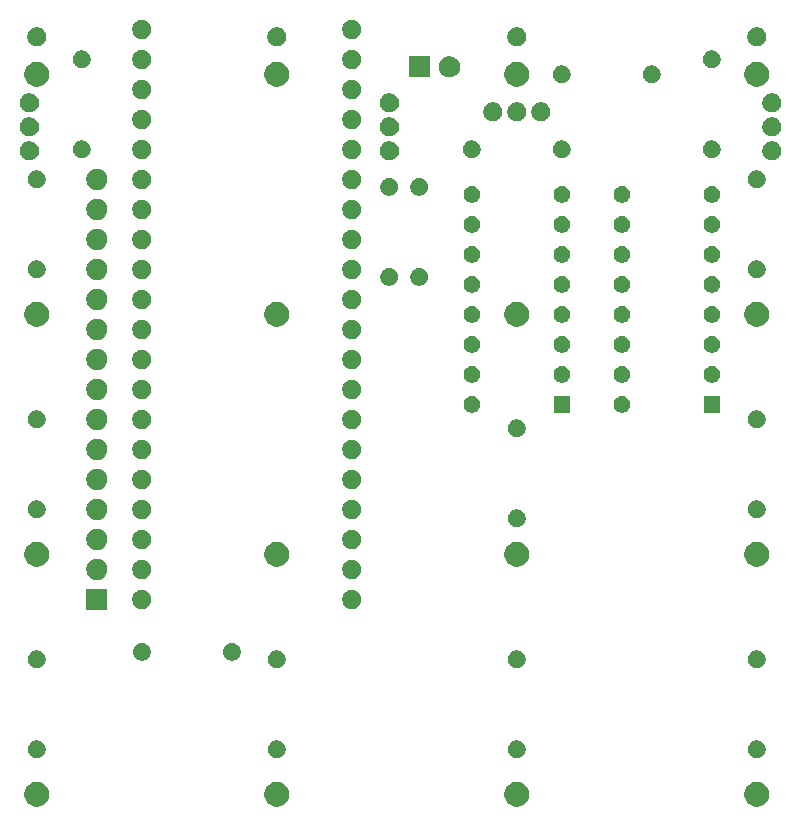
<source format=gbr>
G04 #@! TF.GenerationSoftware,KiCad,Pcbnew,5.1.5+dfsg1-2build2*
G04 #@! TF.CreationDate,2021-07-27T21:04:27-05:00*
G04 #@! TF.ProjectId,pico_cube,7069636f-5f63-4756-9265-2e6b69636164,rev?*
G04 #@! TF.SameCoordinates,Original*
G04 #@! TF.FileFunction,Soldermask,Bot*
G04 #@! TF.FilePolarity,Negative*
%FSLAX46Y46*%
G04 Gerber Fmt 4.6, Leading zero omitted, Abs format (unit mm)*
G04 Created by KiCad (PCBNEW 5.1.5+dfsg1-2build2) date 2021-07-27 21:04:27*
%MOMM*%
%LPD*%
G04 APERTURE LIST*
%ADD10C,0.100000*%
G04 APERTURE END LIST*
D10*
G36*
X152706564Y-120909389D02*
G01*
X152897833Y-120988615D01*
X152897835Y-120988616D01*
X153069973Y-121103635D01*
X153216365Y-121250027D01*
X153331385Y-121422167D01*
X153410611Y-121613436D01*
X153451000Y-121816484D01*
X153451000Y-122023516D01*
X153410611Y-122226564D01*
X153331385Y-122417833D01*
X153331384Y-122417835D01*
X153216365Y-122589973D01*
X153069973Y-122736365D01*
X152897835Y-122851384D01*
X152897834Y-122851385D01*
X152897833Y-122851385D01*
X152706564Y-122930611D01*
X152503516Y-122971000D01*
X152296484Y-122971000D01*
X152093436Y-122930611D01*
X151902167Y-122851385D01*
X151902166Y-122851385D01*
X151902165Y-122851384D01*
X151730027Y-122736365D01*
X151583635Y-122589973D01*
X151468616Y-122417835D01*
X151468615Y-122417833D01*
X151389389Y-122226564D01*
X151349000Y-122023516D01*
X151349000Y-121816484D01*
X151389389Y-121613436D01*
X151468615Y-121422167D01*
X151583635Y-121250027D01*
X151730027Y-121103635D01*
X151902165Y-120988616D01*
X151902167Y-120988615D01*
X152093436Y-120909389D01*
X152296484Y-120869000D01*
X152503516Y-120869000D01*
X152706564Y-120909389D01*
G37*
G36*
X132386564Y-120909389D02*
G01*
X132577833Y-120988615D01*
X132577835Y-120988616D01*
X132749973Y-121103635D01*
X132896365Y-121250027D01*
X133011385Y-121422167D01*
X133090611Y-121613436D01*
X133131000Y-121816484D01*
X133131000Y-122023516D01*
X133090611Y-122226564D01*
X133011385Y-122417833D01*
X133011384Y-122417835D01*
X132896365Y-122589973D01*
X132749973Y-122736365D01*
X132577835Y-122851384D01*
X132577834Y-122851385D01*
X132577833Y-122851385D01*
X132386564Y-122930611D01*
X132183516Y-122971000D01*
X131976484Y-122971000D01*
X131773436Y-122930611D01*
X131582167Y-122851385D01*
X131582166Y-122851385D01*
X131582165Y-122851384D01*
X131410027Y-122736365D01*
X131263635Y-122589973D01*
X131148616Y-122417835D01*
X131148615Y-122417833D01*
X131069389Y-122226564D01*
X131029000Y-122023516D01*
X131029000Y-121816484D01*
X131069389Y-121613436D01*
X131148615Y-121422167D01*
X131263635Y-121250027D01*
X131410027Y-121103635D01*
X131582165Y-120988616D01*
X131582167Y-120988615D01*
X131773436Y-120909389D01*
X131976484Y-120869000D01*
X132183516Y-120869000D01*
X132386564Y-120909389D01*
G37*
G36*
X91746564Y-120909389D02*
G01*
X91937833Y-120988615D01*
X91937835Y-120988616D01*
X92109973Y-121103635D01*
X92256365Y-121250027D01*
X92371385Y-121422167D01*
X92450611Y-121613436D01*
X92491000Y-121816484D01*
X92491000Y-122023516D01*
X92450611Y-122226564D01*
X92371385Y-122417833D01*
X92371384Y-122417835D01*
X92256365Y-122589973D01*
X92109973Y-122736365D01*
X91937835Y-122851384D01*
X91937834Y-122851385D01*
X91937833Y-122851385D01*
X91746564Y-122930611D01*
X91543516Y-122971000D01*
X91336484Y-122971000D01*
X91133436Y-122930611D01*
X90942167Y-122851385D01*
X90942166Y-122851385D01*
X90942165Y-122851384D01*
X90770027Y-122736365D01*
X90623635Y-122589973D01*
X90508616Y-122417835D01*
X90508615Y-122417833D01*
X90429389Y-122226564D01*
X90389000Y-122023516D01*
X90389000Y-121816484D01*
X90429389Y-121613436D01*
X90508615Y-121422167D01*
X90623635Y-121250027D01*
X90770027Y-121103635D01*
X90942165Y-120988616D01*
X90942167Y-120988615D01*
X91133436Y-120909389D01*
X91336484Y-120869000D01*
X91543516Y-120869000D01*
X91746564Y-120909389D01*
G37*
G36*
X112066564Y-120909389D02*
G01*
X112257833Y-120988615D01*
X112257835Y-120988616D01*
X112429973Y-121103635D01*
X112576365Y-121250027D01*
X112691385Y-121422167D01*
X112770611Y-121613436D01*
X112811000Y-121816484D01*
X112811000Y-122023516D01*
X112770611Y-122226564D01*
X112691385Y-122417833D01*
X112691384Y-122417835D01*
X112576365Y-122589973D01*
X112429973Y-122736365D01*
X112257835Y-122851384D01*
X112257834Y-122851385D01*
X112257833Y-122851385D01*
X112066564Y-122930611D01*
X111863516Y-122971000D01*
X111656484Y-122971000D01*
X111453436Y-122930611D01*
X111262167Y-122851385D01*
X111262166Y-122851385D01*
X111262165Y-122851384D01*
X111090027Y-122736365D01*
X110943635Y-122589973D01*
X110828616Y-122417835D01*
X110828615Y-122417833D01*
X110749389Y-122226564D01*
X110709000Y-122023516D01*
X110709000Y-121816484D01*
X110749389Y-121613436D01*
X110828615Y-121422167D01*
X110943635Y-121250027D01*
X111090027Y-121103635D01*
X111262165Y-120988616D01*
X111262167Y-120988615D01*
X111453436Y-120909389D01*
X111656484Y-120869000D01*
X111863516Y-120869000D01*
X112066564Y-120909389D01*
G37*
G36*
X91659059Y-117387860D02*
G01*
X91795732Y-117444472D01*
X91918735Y-117526660D01*
X92023340Y-117631265D01*
X92105528Y-117754268D01*
X92162140Y-117890941D01*
X92191000Y-118036033D01*
X92191000Y-118183967D01*
X92162140Y-118329059D01*
X92105528Y-118465732D01*
X92023340Y-118588735D01*
X91918735Y-118693340D01*
X91795732Y-118775528D01*
X91795731Y-118775529D01*
X91795730Y-118775529D01*
X91659059Y-118832140D01*
X91513968Y-118861000D01*
X91366032Y-118861000D01*
X91220941Y-118832140D01*
X91084270Y-118775529D01*
X91084269Y-118775529D01*
X91084268Y-118775528D01*
X90961265Y-118693340D01*
X90856660Y-118588735D01*
X90774472Y-118465732D01*
X90717860Y-118329059D01*
X90689000Y-118183967D01*
X90689000Y-118036033D01*
X90717860Y-117890941D01*
X90774472Y-117754268D01*
X90856660Y-117631265D01*
X90961265Y-117526660D01*
X91084268Y-117444472D01*
X91220941Y-117387860D01*
X91366032Y-117359000D01*
X91513968Y-117359000D01*
X91659059Y-117387860D01*
G37*
G36*
X132299059Y-117387860D02*
G01*
X132435732Y-117444472D01*
X132558735Y-117526660D01*
X132663340Y-117631265D01*
X132745528Y-117754268D01*
X132802140Y-117890941D01*
X132831000Y-118036033D01*
X132831000Y-118183967D01*
X132802140Y-118329059D01*
X132745528Y-118465732D01*
X132663340Y-118588735D01*
X132558735Y-118693340D01*
X132435732Y-118775528D01*
X132435731Y-118775529D01*
X132435730Y-118775529D01*
X132299059Y-118832140D01*
X132153968Y-118861000D01*
X132006032Y-118861000D01*
X131860941Y-118832140D01*
X131724270Y-118775529D01*
X131724269Y-118775529D01*
X131724268Y-118775528D01*
X131601265Y-118693340D01*
X131496660Y-118588735D01*
X131414472Y-118465732D01*
X131357860Y-118329059D01*
X131329000Y-118183967D01*
X131329000Y-118036033D01*
X131357860Y-117890941D01*
X131414472Y-117754268D01*
X131496660Y-117631265D01*
X131601265Y-117526660D01*
X131724268Y-117444472D01*
X131860941Y-117387860D01*
X132006032Y-117359000D01*
X132153968Y-117359000D01*
X132299059Y-117387860D01*
G37*
G36*
X111979059Y-117387860D02*
G01*
X112115732Y-117444472D01*
X112238735Y-117526660D01*
X112343340Y-117631265D01*
X112425528Y-117754268D01*
X112482140Y-117890941D01*
X112511000Y-118036033D01*
X112511000Y-118183967D01*
X112482140Y-118329059D01*
X112425528Y-118465732D01*
X112343340Y-118588735D01*
X112238735Y-118693340D01*
X112115732Y-118775528D01*
X112115731Y-118775529D01*
X112115730Y-118775529D01*
X111979059Y-118832140D01*
X111833968Y-118861000D01*
X111686032Y-118861000D01*
X111540941Y-118832140D01*
X111404270Y-118775529D01*
X111404269Y-118775529D01*
X111404268Y-118775528D01*
X111281265Y-118693340D01*
X111176660Y-118588735D01*
X111094472Y-118465732D01*
X111037860Y-118329059D01*
X111009000Y-118183967D01*
X111009000Y-118036033D01*
X111037860Y-117890941D01*
X111094472Y-117754268D01*
X111176660Y-117631265D01*
X111281265Y-117526660D01*
X111404268Y-117444472D01*
X111540941Y-117387860D01*
X111686032Y-117359000D01*
X111833968Y-117359000D01*
X111979059Y-117387860D01*
G37*
G36*
X152619059Y-117387860D02*
G01*
X152755732Y-117444472D01*
X152878735Y-117526660D01*
X152983340Y-117631265D01*
X153065528Y-117754268D01*
X153122140Y-117890941D01*
X153151000Y-118036033D01*
X153151000Y-118183967D01*
X153122140Y-118329059D01*
X153065528Y-118465732D01*
X152983340Y-118588735D01*
X152878735Y-118693340D01*
X152755732Y-118775528D01*
X152755731Y-118775529D01*
X152755730Y-118775529D01*
X152619059Y-118832140D01*
X152473968Y-118861000D01*
X152326032Y-118861000D01*
X152180941Y-118832140D01*
X152044270Y-118775529D01*
X152044269Y-118775529D01*
X152044268Y-118775528D01*
X151921265Y-118693340D01*
X151816660Y-118588735D01*
X151734472Y-118465732D01*
X151677860Y-118329059D01*
X151649000Y-118183967D01*
X151649000Y-118036033D01*
X151677860Y-117890941D01*
X151734472Y-117754268D01*
X151816660Y-117631265D01*
X151921265Y-117526660D01*
X152044268Y-117444472D01*
X152180941Y-117387860D01*
X152326032Y-117359000D01*
X152473968Y-117359000D01*
X152619059Y-117387860D01*
G37*
G36*
X132299059Y-109767860D02*
G01*
X132435732Y-109824472D01*
X132558735Y-109906660D01*
X132663340Y-110011265D01*
X132745528Y-110134268D01*
X132802140Y-110270941D01*
X132831000Y-110416033D01*
X132831000Y-110563967D01*
X132802140Y-110709059D01*
X132745528Y-110845732D01*
X132663340Y-110968735D01*
X132558735Y-111073340D01*
X132435732Y-111155528D01*
X132435731Y-111155529D01*
X132435730Y-111155529D01*
X132299059Y-111212140D01*
X132153968Y-111241000D01*
X132006032Y-111241000D01*
X131860941Y-111212140D01*
X131724270Y-111155529D01*
X131724269Y-111155529D01*
X131724268Y-111155528D01*
X131601265Y-111073340D01*
X131496660Y-110968735D01*
X131414472Y-110845732D01*
X131357860Y-110709059D01*
X131329000Y-110563967D01*
X131329000Y-110416033D01*
X131357860Y-110270941D01*
X131414472Y-110134268D01*
X131496660Y-110011265D01*
X131601265Y-109906660D01*
X131724268Y-109824472D01*
X131860941Y-109767860D01*
X132006032Y-109739000D01*
X132153968Y-109739000D01*
X132299059Y-109767860D01*
G37*
G36*
X152619059Y-109767860D02*
G01*
X152755732Y-109824472D01*
X152878735Y-109906660D01*
X152983340Y-110011265D01*
X153065528Y-110134268D01*
X153122140Y-110270941D01*
X153151000Y-110416033D01*
X153151000Y-110563967D01*
X153122140Y-110709059D01*
X153065528Y-110845732D01*
X152983340Y-110968735D01*
X152878735Y-111073340D01*
X152755732Y-111155528D01*
X152755731Y-111155529D01*
X152755730Y-111155529D01*
X152619059Y-111212140D01*
X152473968Y-111241000D01*
X152326032Y-111241000D01*
X152180941Y-111212140D01*
X152044270Y-111155529D01*
X152044269Y-111155529D01*
X152044268Y-111155528D01*
X151921265Y-111073340D01*
X151816660Y-110968735D01*
X151734472Y-110845732D01*
X151677860Y-110709059D01*
X151649000Y-110563967D01*
X151649000Y-110416033D01*
X151677860Y-110270941D01*
X151734472Y-110134268D01*
X151816660Y-110011265D01*
X151921265Y-109906660D01*
X152044268Y-109824472D01*
X152180941Y-109767860D01*
X152326032Y-109739000D01*
X152473968Y-109739000D01*
X152619059Y-109767860D01*
G37*
G36*
X111979059Y-109767860D02*
G01*
X112115732Y-109824472D01*
X112238735Y-109906660D01*
X112343340Y-110011265D01*
X112425528Y-110134268D01*
X112482140Y-110270941D01*
X112511000Y-110416033D01*
X112511000Y-110563967D01*
X112482140Y-110709059D01*
X112425528Y-110845732D01*
X112343340Y-110968735D01*
X112238735Y-111073340D01*
X112115732Y-111155528D01*
X112115731Y-111155529D01*
X112115730Y-111155529D01*
X111979059Y-111212140D01*
X111833968Y-111241000D01*
X111686032Y-111241000D01*
X111540941Y-111212140D01*
X111404270Y-111155529D01*
X111404269Y-111155529D01*
X111404268Y-111155528D01*
X111281265Y-111073340D01*
X111176660Y-110968735D01*
X111094472Y-110845732D01*
X111037860Y-110709059D01*
X111009000Y-110563967D01*
X111009000Y-110416033D01*
X111037860Y-110270941D01*
X111094472Y-110134268D01*
X111176660Y-110011265D01*
X111281265Y-109906660D01*
X111404268Y-109824472D01*
X111540941Y-109767860D01*
X111686032Y-109739000D01*
X111833968Y-109739000D01*
X111979059Y-109767860D01*
G37*
G36*
X91659059Y-109767860D02*
G01*
X91795732Y-109824472D01*
X91918735Y-109906660D01*
X92023340Y-110011265D01*
X92105528Y-110134268D01*
X92162140Y-110270941D01*
X92191000Y-110416033D01*
X92191000Y-110563967D01*
X92162140Y-110709059D01*
X92105528Y-110845732D01*
X92023340Y-110968735D01*
X91918735Y-111073340D01*
X91795732Y-111155528D01*
X91795731Y-111155529D01*
X91795730Y-111155529D01*
X91659059Y-111212140D01*
X91513968Y-111241000D01*
X91366032Y-111241000D01*
X91220941Y-111212140D01*
X91084270Y-111155529D01*
X91084269Y-111155529D01*
X91084268Y-111155528D01*
X90961265Y-111073340D01*
X90856660Y-110968735D01*
X90774472Y-110845732D01*
X90717860Y-110709059D01*
X90689000Y-110563967D01*
X90689000Y-110416033D01*
X90717860Y-110270941D01*
X90774472Y-110134268D01*
X90856660Y-110011265D01*
X90961265Y-109906660D01*
X91084268Y-109824472D01*
X91220941Y-109767860D01*
X91366032Y-109739000D01*
X91513968Y-109739000D01*
X91659059Y-109767860D01*
G37*
G36*
X100549059Y-109132860D02*
G01*
X100685732Y-109189472D01*
X100808735Y-109271660D01*
X100913340Y-109376265D01*
X100995528Y-109499268D01*
X101052140Y-109635941D01*
X101081000Y-109781033D01*
X101081000Y-109928967D01*
X101052140Y-110074059D01*
X100995528Y-110210732D01*
X100913340Y-110333735D01*
X100808735Y-110438340D01*
X100685732Y-110520528D01*
X100685731Y-110520529D01*
X100685730Y-110520529D01*
X100549059Y-110577140D01*
X100403968Y-110606000D01*
X100256032Y-110606000D01*
X100110941Y-110577140D01*
X99974270Y-110520529D01*
X99974269Y-110520529D01*
X99974268Y-110520528D01*
X99851265Y-110438340D01*
X99746660Y-110333735D01*
X99664472Y-110210732D01*
X99607860Y-110074059D01*
X99579000Y-109928967D01*
X99579000Y-109781033D01*
X99607860Y-109635941D01*
X99664472Y-109499268D01*
X99746660Y-109376265D01*
X99851265Y-109271660D01*
X99974268Y-109189472D01*
X100110941Y-109132860D01*
X100256032Y-109104000D01*
X100403968Y-109104000D01*
X100549059Y-109132860D01*
G37*
G36*
X108169059Y-109132860D02*
G01*
X108305732Y-109189472D01*
X108428735Y-109271660D01*
X108533340Y-109376265D01*
X108615528Y-109499268D01*
X108672140Y-109635941D01*
X108701000Y-109781033D01*
X108701000Y-109928967D01*
X108672140Y-110074059D01*
X108615528Y-110210732D01*
X108533340Y-110333735D01*
X108428735Y-110438340D01*
X108305732Y-110520528D01*
X108305731Y-110520529D01*
X108305730Y-110520529D01*
X108169059Y-110577140D01*
X108023968Y-110606000D01*
X107876032Y-110606000D01*
X107730941Y-110577140D01*
X107594270Y-110520529D01*
X107594269Y-110520529D01*
X107594268Y-110520528D01*
X107471265Y-110438340D01*
X107366660Y-110333735D01*
X107284472Y-110210732D01*
X107227860Y-110074059D01*
X107199000Y-109928967D01*
X107199000Y-109781033D01*
X107227860Y-109635941D01*
X107284472Y-109499268D01*
X107366660Y-109376265D01*
X107471265Y-109271660D01*
X107594268Y-109189472D01*
X107730941Y-109132860D01*
X107876032Y-109104000D01*
X108023968Y-109104000D01*
X108169059Y-109132860D01*
G37*
G36*
X97421000Y-106311000D02*
G01*
X95619000Y-106311000D01*
X95619000Y-104509000D01*
X97421000Y-104509000D01*
X97421000Y-106311000D01*
G37*
G36*
X100567142Y-104628242D02*
G01*
X100715101Y-104689529D01*
X100848255Y-104778499D01*
X100961501Y-104891745D01*
X101050471Y-105024899D01*
X101111758Y-105172858D01*
X101143000Y-105329925D01*
X101143000Y-105490075D01*
X101111758Y-105647142D01*
X101050471Y-105795101D01*
X100961501Y-105928255D01*
X100848255Y-106041501D01*
X100715101Y-106130471D01*
X100567142Y-106191758D01*
X100410075Y-106223000D01*
X100249925Y-106223000D01*
X100092858Y-106191758D01*
X99944899Y-106130471D01*
X99811745Y-106041501D01*
X99698499Y-105928255D01*
X99609529Y-105795101D01*
X99548242Y-105647142D01*
X99517000Y-105490075D01*
X99517000Y-105329925D01*
X99548242Y-105172858D01*
X99609529Y-105024899D01*
X99698499Y-104891745D01*
X99811745Y-104778499D01*
X99944899Y-104689529D01*
X100092858Y-104628242D01*
X100249925Y-104597000D01*
X100410075Y-104597000D01*
X100567142Y-104628242D01*
G37*
G36*
X118347142Y-104628242D02*
G01*
X118495101Y-104689529D01*
X118628255Y-104778499D01*
X118741501Y-104891745D01*
X118830471Y-105024899D01*
X118891758Y-105172858D01*
X118923000Y-105329925D01*
X118923000Y-105490075D01*
X118891758Y-105647142D01*
X118830471Y-105795101D01*
X118741501Y-105928255D01*
X118628255Y-106041501D01*
X118495101Y-106130471D01*
X118347142Y-106191758D01*
X118190075Y-106223000D01*
X118029925Y-106223000D01*
X117872858Y-106191758D01*
X117724899Y-106130471D01*
X117591745Y-106041501D01*
X117478499Y-105928255D01*
X117389529Y-105795101D01*
X117328242Y-105647142D01*
X117297000Y-105490075D01*
X117297000Y-105329925D01*
X117328242Y-105172858D01*
X117389529Y-105024899D01*
X117478499Y-104891745D01*
X117591745Y-104778499D01*
X117724899Y-104689529D01*
X117872858Y-104628242D01*
X118029925Y-104597000D01*
X118190075Y-104597000D01*
X118347142Y-104628242D01*
G37*
G36*
X96633512Y-101973927D02*
G01*
X96782812Y-102003624D01*
X96946784Y-102071544D01*
X97094354Y-102170147D01*
X97219853Y-102295646D01*
X97318456Y-102443216D01*
X97386376Y-102607188D01*
X97421000Y-102781259D01*
X97421000Y-102958741D01*
X97386376Y-103132812D01*
X97318456Y-103296784D01*
X97219853Y-103444354D01*
X97094354Y-103569853D01*
X96946784Y-103668456D01*
X96782812Y-103736376D01*
X96633512Y-103766073D01*
X96608742Y-103771000D01*
X96431258Y-103771000D01*
X96406488Y-103766073D01*
X96257188Y-103736376D01*
X96093216Y-103668456D01*
X95945646Y-103569853D01*
X95820147Y-103444354D01*
X95721544Y-103296784D01*
X95653624Y-103132812D01*
X95619000Y-102958741D01*
X95619000Y-102781259D01*
X95653624Y-102607188D01*
X95721544Y-102443216D01*
X95820147Y-102295646D01*
X95945646Y-102170147D01*
X96093216Y-102071544D01*
X96257188Y-102003624D01*
X96406488Y-101973927D01*
X96431258Y-101969000D01*
X96608742Y-101969000D01*
X96633512Y-101973927D01*
G37*
G36*
X100567142Y-102088242D02*
G01*
X100715101Y-102149529D01*
X100848255Y-102238499D01*
X100961501Y-102351745D01*
X101050471Y-102484899D01*
X101111758Y-102632858D01*
X101143000Y-102789925D01*
X101143000Y-102950075D01*
X101111758Y-103107142D01*
X101050471Y-103255101D01*
X100961501Y-103388255D01*
X100848255Y-103501501D01*
X100715101Y-103590471D01*
X100567142Y-103651758D01*
X100410075Y-103683000D01*
X100249925Y-103683000D01*
X100092858Y-103651758D01*
X99944899Y-103590471D01*
X99811745Y-103501501D01*
X99698499Y-103388255D01*
X99609529Y-103255101D01*
X99548242Y-103107142D01*
X99517000Y-102950075D01*
X99517000Y-102789925D01*
X99548242Y-102632858D01*
X99609529Y-102484899D01*
X99698499Y-102351745D01*
X99811745Y-102238499D01*
X99944899Y-102149529D01*
X100092858Y-102088242D01*
X100249925Y-102057000D01*
X100410075Y-102057000D01*
X100567142Y-102088242D01*
G37*
G36*
X118347142Y-102088242D02*
G01*
X118495101Y-102149529D01*
X118628255Y-102238499D01*
X118741501Y-102351745D01*
X118830471Y-102484899D01*
X118891758Y-102632858D01*
X118923000Y-102789925D01*
X118923000Y-102950075D01*
X118891758Y-103107142D01*
X118830471Y-103255101D01*
X118741501Y-103388255D01*
X118628255Y-103501501D01*
X118495101Y-103590471D01*
X118347142Y-103651758D01*
X118190075Y-103683000D01*
X118029925Y-103683000D01*
X117872858Y-103651758D01*
X117724899Y-103590471D01*
X117591745Y-103501501D01*
X117478499Y-103388255D01*
X117389529Y-103255101D01*
X117328242Y-103107142D01*
X117297000Y-102950075D01*
X117297000Y-102789925D01*
X117328242Y-102632858D01*
X117389529Y-102484899D01*
X117478499Y-102351745D01*
X117591745Y-102238499D01*
X117724899Y-102149529D01*
X117872858Y-102088242D01*
X118029925Y-102057000D01*
X118190075Y-102057000D01*
X118347142Y-102088242D01*
G37*
G36*
X152706564Y-100589389D02*
G01*
X152897833Y-100668615D01*
X152897835Y-100668616D01*
X153069973Y-100783635D01*
X153216365Y-100930027D01*
X153283067Y-101029853D01*
X153331385Y-101102167D01*
X153410611Y-101293436D01*
X153451000Y-101496484D01*
X153451000Y-101703516D01*
X153410611Y-101906564D01*
X153342274Y-102071544D01*
X153331384Y-102097835D01*
X153216365Y-102269973D01*
X153069973Y-102416365D01*
X152897835Y-102531384D01*
X152897834Y-102531385D01*
X152897833Y-102531385D01*
X152706564Y-102610611D01*
X152503516Y-102651000D01*
X152296484Y-102651000D01*
X152093436Y-102610611D01*
X151902167Y-102531385D01*
X151902166Y-102531385D01*
X151902165Y-102531384D01*
X151730027Y-102416365D01*
X151583635Y-102269973D01*
X151468616Y-102097835D01*
X151457726Y-102071544D01*
X151389389Y-101906564D01*
X151349000Y-101703516D01*
X151349000Y-101496484D01*
X151389389Y-101293436D01*
X151468615Y-101102167D01*
X151516934Y-101029853D01*
X151583635Y-100930027D01*
X151730027Y-100783635D01*
X151902165Y-100668616D01*
X151902167Y-100668615D01*
X152093436Y-100589389D01*
X152296484Y-100549000D01*
X152503516Y-100549000D01*
X152706564Y-100589389D01*
G37*
G36*
X132386564Y-100589389D02*
G01*
X132577833Y-100668615D01*
X132577835Y-100668616D01*
X132749973Y-100783635D01*
X132896365Y-100930027D01*
X132963067Y-101029853D01*
X133011385Y-101102167D01*
X133090611Y-101293436D01*
X133131000Y-101496484D01*
X133131000Y-101703516D01*
X133090611Y-101906564D01*
X133022274Y-102071544D01*
X133011384Y-102097835D01*
X132896365Y-102269973D01*
X132749973Y-102416365D01*
X132577835Y-102531384D01*
X132577834Y-102531385D01*
X132577833Y-102531385D01*
X132386564Y-102610611D01*
X132183516Y-102651000D01*
X131976484Y-102651000D01*
X131773436Y-102610611D01*
X131582167Y-102531385D01*
X131582166Y-102531385D01*
X131582165Y-102531384D01*
X131410027Y-102416365D01*
X131263635Y-102269973D01*
X131148616Y-102097835D01*
X131137726Y-102071544D01*
X131069389Y-101906564D01*
X131029000Y-101703516D01*
X131029000Y-101496484D01*
X131069389Y-101293436D01*
X131148615Y-101102167D01*
X131196934Y-101029853D01*
X131263635Y-100930027D01*
X131410027Y-100783635D01*
X131582165Y-100668616D01*
X131582167Y-100668615D01*
X131773436Y-100589389D01*
X131976484Y-100549000D01*
X132183516Y-100549000D01*
X132386564Y-100589389D01*
G37*
G36*
X91746564Y-100589389D02*
G01*
X91937833Y-100668615D01*
X91937835Y-100668616D01*
X92109973Y-100783635D01*
X92256365Y-100930027D01*
X92323067Y-101029853D01*
X92371385Y-101102167D01*
X92450611Y-101293436D01*
X92491000Y-101496484D01*
X92491000Y-101703516D01*
X92450611Y-101906564D01*
X92382274Y-102071544D01*
X92371384Y-102097835D01*
X92256365Y-102269973D01*
X92109973Y-102416365D01*
X91937835Y-102531384D01*
X91937834Y-102531385D01*
X91937833Y-102531385D01*
X91746564Y-102610611D01*
X91543516Y-102651000D01*
X91336484Y-102651000D01*
X91133436Y-102610611D01*
X90942167Y-102531385D01*
X90942166Y-102531385D01*
X90942165Y-102531384D01*
X90770027Y-102416365D01*
X90623635Y-102269973D01*
X90508616Y-102097835D01*
X90497726Y-102071544D01*
X90429389Y-101906564D01*
X90389000Y-101703516D01*
X90389000Y-101496484D01*
X90429389Y-101293436D01*
X90508615Y-101102167D01*
X90556934Y-101029853D01*
X90623635Y-100930027D01*
X90770027Y-100783635D01*
X90942165Y-100668616D01*
X90942167Y-100668615D01*
X91133436Y-100589389D01*
X91336484Y-100549000D01*
X91543516Y-100549000D01*
X91746564Y-100589389D01*
G37*
G36*
X112066564Y-100589389D02*
G01*
X112257833Y-100668615D01*
X112257835Y-100668616D01*
X112429973Y-100783635D01*
X112576365Y-100930027D01*
X112643067Y-101029853D01*
X112691385Y-101102167D01*
X112770611Y-101293436D01*
X112811000Y-101496484D01*
X112811000Y-101703516D01*
X112770611Y-101906564D01*
X112702274Y-102071544D01*
X112691384Y-102097835D01*
X112576365Y-102269973D01*
X112429973Y-102416365D01*
X112257835Y-102531384D01*
X112257834Y-102531385D01*
X112257833Y-102531385D01*
X112066564Y-102610611D01*
X111863516Y-102651000D01*
X111656484Y-102651000D01*
X111453436Y-102610611D01*
X111262167Y-102531385D01*
X111262166Y-102531385D01*
X111262165Y-102531384D01*
X111090027Y-102416365D01*
X110943635Y-102269973D01*
X110828616Y-102097835D01*
X110817726Y-102071544D01*
X110749389Y-101906564D01*
X110709000Y-101703516D01*
X110709000Y-101496484D01*
X110749389Y-101293436D01*
X110828615Y-101102167D01*
X110876934Y-101029853D01*
X110943635Y-100930027D01*
X111090027Y-100783635D01*
X111262165Y-100668616D01*
X111262167Y-100668615D01*
X111453436Y-100589389D01*
X111656484Y-100549000D01*
X111863516Y-100549000D01*
X112066564Y-100589389D01*
G37*
G36*
X96633512Y-99433927D02*
G01*
X96782812Y-99463624D01*
X96946784Y-99531544D01*
X97094354Y-99630147D01*
X97219853Y-99755646D01*
X97318456Y-99903216D01*
X97386376Y-100067188D01*
X97421000Y-100241259D01*
X97421000Y-100418741D01*
X97386376Y-100592812D01*
X97318456Y-100756784D01*
X97219853Y-100904354D01*
X97094354Y-101029853D01*
X96946784Y-101128456D01*
X96782812Y-101196376D01*
X96633512Y-101226073D01*
X96608742Y-101231000D01*
X96431258Y-101231000D01*
X96406488Y-101226073D01*
X96257188Y-101196376D01*
X96093216Y-101128456D01*
X95945646Y-101029853D01*
X95820147Y-100904354D01*
X95721544Y-100756784D01*
X95653624Y-100592812D01*
X95619000Y-100418741D01*
X95619000Y-100241259D01*
X95653624Y-100067188D01*
X95721544Y-99903216D01*
X95820147Y-99755646D01*
X95945646Y-99630147D01*
X96093216Y-99531544D01*
X96257188Y-99463624D01*
X96406488Y-99433927D01*
X96431258Y-99429000D01*
X96608742Y-99429000D01*
X96633512Y-99433927D01*
G37*
G36*
X118347142Y-99548242D02*
G01*
X118495101Y-99609529D01*
X118628255Y-99698499D01*
X118741501Y-99811745D01*
X118830471Y-99944899D01*
X118891758Y-100092858D01*
X118923000Y-100249925D01*
X118923000Y-100410075D01*
X118891758Y-100567142D01*
X118830471Y-100715101D01*
X118741501Y-100848255D01*
X118628255Y-100961501D01*
X118495101Y-101050471D01*
X118347142Y-101111758D01*
X118190075Y-101143000D01*
X118029925Y-101143000D01*
X117872858Y-101111758D01*
X117724899Y-101050471D01*
X117591745Y-100961501D01*
X117478499Y-100848255D01*
X117389529Y-100715101D01*
X117328242Y-100567142D01*
X117297000Y-100410075D01*
X117297000Y-100249925D01*
X117328242Y-100092858D01*
X117389529Y-99944899D01*
X117478499Y-99811745D01*
X117591745Y-99698499D01*
X117724899Y-99609529D01*
X117872858Y-99548242D01*
X118029925Y-99517000D01*
X118190075Y-99517000D01*
X118347142Y-99548242D01*
G37*
G36*
X100567142Y-99548242D02*
G01*
X100715101Y-99609529D01*
X100848255Y-99698499D01*
X100961501Y-99811745D01*
X101050471Y-99944899D01*
X101111758Y-100092858D01*
X101143000Y-100249925D01*
X101143000Y-100410075D01*
X101111758Y-100567142D01*
X101050471Y-100715101D01*
X100961501Y-100848255D01*
X100848255Y-100961501D01*
X100715101Y-101050471D01*
X100567142Y-101111758D01*
X100410075Y-101143000D01*
X100249925Y-101143000D01*
X100092858Y-101111758D01*
X99944899Y-101050471D01*
X99811745Y-100961501D01*
X99698499Y-100848255D01*
X99609529Y-100715101D01*
X99548242Y-100567142D01*
X99517000Y-100410075D01*
X99517000Y-100249925D01*
X99548242Y-100092858D01*
X99609529Y-99944899D01*
X99698499Y-99811745D01*
X99811745Y-99698499D01*
X99944899Y-99609529D01*
X100092858Y-99548242D01*
X100249925Y-99517000D01*
X100410075Y-99517000D01*
X100567142Y-99548242D01*
G37*
G36*
X132299059Y-97829860D02*
G01*
X132417071Y-97878742D01*
X132435732Y-97886472D01*
X132558735Y-97968660D01*
X132663340Y-98073265D01*
X132745528Y-98196268D01*
X132745529Y-98196270D01*
X132802140Y-98332941D01*
X132831000Y-98478032D01*
X132831000Y-98625968D01*
X132802140Y-98771059D01*
X132745528Y-98907732D01*
X132663340Y-99030735D01*
X132558735Y-99135340D01*
X132435732Y-99217528D01*
X132435731Y-99217529D01*
X132435730Y-99217529D01*
X132299059Y-99274140D01*
X132153968Y-99303000D01*
X132006032Y-99303000D01*
X131860941Y-99274140D01*
X131724270Y-99217529D01*
X131724269Y-99217529D01*
X131724268Y-99217528D01*
X131601265Y-99135340D01*
X131496660Y-99030735D01*
X131414472Y-98907732D01*
X131357860Y-98771059D01*
X131329000Y-98625968D01*
X131329000Y-98478032D01*
X131357860Y-98332941D01*
X131414471Y-98196270D01*
X131414472Y-98196268D01*
X131496660Y-98073265D01*
X131601265Y-97968660D01*
X131724268Y-97886472D01*
X131742930Y-97878742D01*
X131860941Y-97829860D01*
X132006032Y-97801000D01*
X132153968Y-97801000D01*
X132299059Y-97829860D01*
G37*
G36*
X96633512Y-96893927D02*
G01*
X96782812Y-96923624D01*
X96946784Y-96991544D01*
X97094354Y-97090147D01*
X97219853Y-97215646D01*
X97318456Y-97363216D01*
X97386376Y-97527188D01*
X97416073Y-97676488D01*
X97421000Y-97701258D01*
X97421000Y-97878742D01*
X97419462Y-97886472D01*
X97386376Y-98052812D01*
X97318456Y-98216784D01*
X97219853Y-98364354D01*
X97094354Y-98489853D01*
X96946784Y-98588456D01*
X96782812Y-98656376D01*
X96633512Y-98686073D01*
X96608742Y-98691000D01*
X96431258Y-98691000D01*
X96406488Y-98686073D01*
X96257188Y-98656376D01*
X96093216Y-98588456D01*
X95945646Y-98489853D01*
X95820147Y-98364354D01*
X95721544Y-98216784D01*
X95653624Y-98052812D01*
X95620538Y-97886472D01*
X95619000Y-97878742D01*
X95619000Y-97701258D01*
X95623927Y-97676488D01*
X95653624Y-97527188D01*
X95721544Y-97363216D01*
X95820147Y-97215646D01*
X95945646Y-97090147D01*
X96093216Y-96991544D01*
X96257188Y-96923624D01*
X96406488Y-96893927D01*
X96431258Y-96889000D01*
X96608742Y-96889000D01*
X96633512Y-96893927D01*
G37*
G36*
X100567142Y-97008242D02*
G01*
X100715101Y-97069529D01*
X100848255Y-97158499D01*
X100961501Y-97271745D01*
X101050471Y-97404899D01*
X101111758Y-97552858D01*
X101143000Y-97709925D01*
X101143000Y-97870075D01*
X101111758Y-98027142D01*
X101050471Y-98175101D01*
X100961501Y-98308255D01*
X100848255Y-98421501D01*
X100715101Y-98510471D01*
X100567142Y-98571758D01*
X100410075Y-98603000D01*
X100249925Y-98603000D01*
X100092858Y-98571758D01*
X99944899Y-98510471D01*
X99811745Y-98421501D01*
X99698499Y-98308255D01*
X99609529Y-98175101D01*
X99548242Y-98027142D01*
X99517000Y-97870075D01*
X99517000Y-97709925D01*
X99548242Y-97552858D01*
X99609529Y-97404899D01*
X99698499Y-97271745D01*
X99811745Y-97158499D01*
X99944899Y-97069529D01*
X100092858Y-97008242D01*
X100249925Y-96977000D01*
X100410075Y-96977000D01*
X100567142Y-97008242D01*
G37*
G36*
X118347142Y-97008242D02*
G01*
X118495101Y-97069529D01*
X118628255Y-97158499D01*
X118741501Y-97271745D01*
X118830471Y-97404899D01*
X118891758Y-97552858D01*
X118923000Y-97709925D01*
X118923000Y-97870075D01*
X118891758Y-98027142D01*
X118830471Y-98175101D01*
X118741501Y-98308255D01*
X118628255Y-98421501D01*
X118495101Y-98510471D01*
X118347142Y-98571758D01*
X118190075Y-98603000D01*
X118029925Y-98603000D01*
X117872858Y-98571758D01*
X117724899Y-98510471D01*
X117591745Y-98421501D01*
X117478499Y-98308255D01*
X117389529Y-98175101D01*
X117328242Y-98027142D01*
X117297000Y-97870075D01*
X117297000Y-97709925D01*
X117328242Y-97552858D01*
X117389529Y-97404899D01*
X117478499Y-97271745D01*
X117591745Y-97158499D01*
X117724899Y-97069529D01*
X117872858Y-97008242D01*
X118029925Y-96977000D01*
X118190075Y-96977000D01*
X118347142Y-97008242D01*
G37*
G36*
X152619059Y-97067860D02*
G01*
X152672865Y-97090147D01*
X152755732Y-97124472D01*
X152878735Y-97206660D01*
X152983340Y-97311265D01*
X153018054Y-97363218D01*
X153065529Y-97434270D01*
X153122140Y-97570941D01*
X153151000Y-97716032D01*
X153151000Y-97863968D01*
X153148061Y-97878742D01*
X153122140Y-98009059D01*
X153065528Y-98145732D01*
X152983340Y-98268735D01*
X152878735Y-98373340D01*
X152755732Y-98455528D01*
X152755731Y-98455529D01*
X152755730Y-98455529D01*
X152619059Y-98512140D01*
X152473968Y-98541000D01*
X152326032Y-98541000D01*
X152180941Y-98512140D01*
X152044270Y-98455529D01*
X152044269Y-98455529D01*
X152044268Y-98455528D01*
X151921265Y-98373340D01*
X151816660Y-98268735D01*
X151734472Y-98145732D01*
X151677860Y-98009059D01*
X151651939Y-97878742D01*
X151649000Y-97863968D01*
X151649000Y-97716032D01*
X151677860Y-97570941D01*
X151734471Y-97434270D01*
X151781946Y-97363218D01*
X151816660Y-97311265D01*
X151921265Y-97206660D01*
X152044268Y-97124472D01*
X152127136Y-97090147D01*
X152180941Y-97067860D01*
X152326032Y-97039000D01*
X152473968Y-97039000D01*
X152619059Y-97067860D01*
G37*
G36*
X91659059Y-97067860D02*
G01*
X91712865Y-97090147D01*
X91795732Y-97124472D01*
X91918735Y-97206660D01*
X92023340Y-97311265D01*
X92058054Y-97363218D01*
X92105529Y-97434270D01*
X92162140Y-97570941D01*
X92191000Y-97716032D01*
X92191000Y-97863968D01*
X92188061Y-97878742D01*
X92162140Y-98009059D01*
X92105528Y-98145732D01*
X92023340Y-98268735D01*
X91918735Y-98373340D01*
X91795732Y-98455528D01*
X91795731Y-98455529D01*
X91795730Y-98455529D01*
X91659059Y-98512140D01*
X91513968Y-98541000D01*
X91366032Y-98541000D01*
X91220941Y-98512140D01*
X91084270Y-98455529D01*
X91084269Y-98455529D01*
X91084268Y-98455528D01*
X90961265Y-98373340D01*
X90856660Y-98268735D01*
X90774472Y-98145732D01*
X90717860Y-98009059D01*
X90691939Y-97878742D01*
X90689000Y-97863968D01*
X90689000Y-97716032D01*
X90717860Y-97570941D01*
X90774471Y-97434270D01*
X90821946Y-97363218D01*
X90856660Y-97311265D01*
X90961265Y-97206660D01*
X91084268Y-97124472D01*
X91167136Y-97090147D01*
X91220941Y-97067860D01*
X91366032Y-97039000D01*
X91513968Y-97039000D01*
X91659059Y-97067860D01*
G37*
G36*
X96633512Y-94353927D02*
G01*
X96782812Y-94383624D01*
X96946784Y-94451544D01*
X97094354Y-94550147D01*
X97219853Y-94675646D01*
X97318456Y-94823216D01*
X97386376Y-94987188D01*
X97421000Y-95161259D01*
X97421000Y-95338741D01*
X97386376Y-95512812D01*
X97318456Y-95676784D01*
X97219853Y-95824354D01*
X97094354Y-95949853D01*
X96946784Y-96048456D01*
X96782812Y-96116376D01*
X96633512Y-96146073D01*
X96608742Y-96151000D01*
X96431258Y-96151000D01*
X96406488Y-96146073D01*
X96257188Y-96116376D01*
X96093216Y-96048456D01*
X95945646Y-95949853D01*
X95820147Y-95824354D01*
X95721544Y-95676784D01*
X95653624Y-95512812D01*
X95619000Y-95338741D01*
X95619000Y-95161259D01*
X95653624Y-94987188D01*
X95721544Y-94823216D01*
X95820147Y-94675646D01*
X95945646Y-94550147D01*
X96093216Y-94451544D01*
X96257188Y-94383624D01*
X96406488Y-94353927D01*
X96431258Y-94349000D01*
X96608742Y-94349000D01*
X96633512Y-94353927D01*
G37*
G36*
X118347142Y-94468242D02*
G01*
X118495101Y-94529529D01*
X118628255Y-94618499D01*
X118741501Y-94731745D01*
X118830471Y-94864899D01*
X118891758Y-95012858D01*
X118923000Y-95169925D01*
X118923000Y-95330075D01*
X118891758Y-95487142D01*
X118830471Y-95635101D01*
X118741501Y-95768255D01*
X118628255Y-95881501D01*
X118495101Y-95970471D01*
X118347142Y-96031758D01*
X118190075Y-96063000D01*
X118029925Y-96063000D01*
X117872858Y-96031758D01*
X117724899Y-95970471D01*
X117591745Y-95881501D01*
X117478499Y-95768255D01*
X117389529Y-95635101D01*
X117328242Y-95487142D01*
X117297000Y-95330075D01*
X117297000Y-95169925D01*
X117328242Y-95012858D01*
X117389529Y-94864899D01*
X117478499Y-94731745D01*
X117591745Y-94618499D01*
X117724899Y-94529529D01*
X117872858Y-94468242D01*
X118029925Y-94437000D01*
X118190075Y-94437000D01*
X118347142Y-94468242D01*
G37*
G36*
X100567142Y-94468242D02*
G01*
X100715101Y-94529529D01*
X100848255Y-94618499D01*
X100961501Y-94731745D01*
X101050471Y-94864899D01*
X101111758Y-95012858D01*
X101143000Y-95169925D01*
X101143000Y-95330075D01*
X101111758Y-95487142D01*
X101050471Y-95635101D01*
X100961501Y-95768255D01*
X100848255Y-95881501D01*
X100715101Y-95970471D01*
X100567142Y-96031758D01*
X100410075Y-96063000D01*
X100249925Y-96063000D01*
X100092858Y-96031758D01*
X99944899Y-95970471D01*
X99811745Y-95881501D01*
X99698499Y-95768255D01*
X99609529Y-95635101D01*
X99548242Y-95487142D01*
X99517000Y-95330075D01*
X99517000Y-95169925D01*
X99548242Y-95012858D01*
X99609529Y-94864899D01*
X99698499Y-94731745D01*
X99811745Y-94618499D01*
X99944899Y-94529529D01*
X100092858Y-94468242D01*
X100249925Y-94437000D01*
X100410075Y-94437000D01*
X100567142Y-94468242D01*
G37*
G36*
X96633512Y-91813927D02*
G01*
X96782812Y-91843624D01*
X96946784Y-91911544D01*
X97094354Y-92010147D01*
X97219853Y-92135646D01*
X97318456Y-92283216D01*
X97386376Y-92447188D01*
X97421000Y-92621259D01*
X97421000Y-92798741D01*
X97386376Y-92972812D01*
X97318456Y-93136784D01*
X97219853Y-93284354D01*
X97094354Y-93409853D01*
X96946784Y-93508456D01*
X96782812Y-93576376D01*
X96633512Y-93606073D01*
X96608742Y-93611000D01*
X96431258Y-93611000D01*
X96406488Y-93606073D01*
X96257188Y-93576376D01*
X96093216Y-93508456D01*
X95945646Y-93409853D01*
X95820147Y-93284354D01*
X95721544Y-93136784D01*
X95653624Y-92972812D01*
X95619000Y-92798741D01*
X95619000Y-92621259D01*
X95653624Y-92447188D01*
X95721544Y-92283216D01*
X95820147Y-92135646D01*
X95945646Y-92010147D01*
X96093216Y-91911544D01*
X96257188Y-91843624D01*
X96406488Y-91813927D01*
X96431258Y-91809000D01*
X96608742Y-91809000D01*
X96633512Y-91813927D01*
G37*
G36*
X118347142Y-91928242D02*
G01*
X118495101Y-91989529D01*
X118628255Y-92078499D01*
X118741501Y-92191745D01*
X118830471Y-92324899D01*
X118891758Y-92472858D01*
X118923000Y-92629925D01*
X118923000Y-92790075D01*
X118891758Y-92947142D01*
X118830471Y-93095101D01*
X118741501Y-93228255D01*
X118628255Y-93341501D01*
X118495101Y-93430471D01*
X118347142Y-93491758D01*
X118190075Y-93523000D01*
X118029925Y-93523000D01*
X117872858Y-93491758D01*
X117724899Y-93430471D01*
X117591745Y-93341501D01*
X117478499Y-93228255D01*
X117389529Y-93095101D01*
X117328242Y-92947142D01*
X117297000Y-92790075D01*
X117297000Y-92629925D01*
X117328242Y-92472858D01*
X117389529Y-92324899D01*
X117478499Y-92191745D01*
X117591745Y-92078499D01*
X117724899Y-91989529D01*
X117872858Y-91928242D01*
X118029925Y-91897000D01*
X118190075Y-91897000D01*
X118347142Y-91928242D01*
G37*
G36*
X100567142Y-91928242D02*
G01*
X100715101Y-91989529D01*
X100848255Y-92078499D01*
X100961501Y-92191745D01*
X101050471Y-92324899D01*
X101111758Y-92472858D01*
X101143000Y-92629925D01*
X101143000Y-92790075D01*
X101111758Y-92947142D01*
X101050471Y-93095101D01*
X100961501Y-93228255D01*
X100848255Y-93341501D01*
X100715101Y-93430471D01*
X100567142Y-93491758D01*
X100410075Y-93523000D01*
X100249925Y-93523000D01*
X100092858Y-93491758D01*
X99944899Y-93430471D01*
X99811745Y-93341501D01*
X99698499Y-93228255D01*
X99609529Y-93095101D01*
X99548242Y-92947142D01*
X99517000Y-92790075D01*
X99517000Y-92629925D01*
X99548242Y-92472858D01*
X99609529Y-92324899D01*
X99698499Y-92191745D01*
X99811745Y-92078499D01*
X99944899Y-91989529D01*
X100092858Y-91928242D01*
X100249925Y-91897000D01*
X100410075Y-91897000D01*
X100567142Y-91928242D01*
G37*
G36*
X132299059Y-90209860D02*
G01*
X132417071Y-90258742D01*
X132435732Y-90266472D01*
X132558735Y-90348660D01*
X132663340Y-90453265D01*
X132745528Y-90576268D01*
X132745529Y-90576270D01*
X132802140Y-90712941D01*
X132831000Y-90858032D01*
X132831000Y-91005968D01*
X132802140Y-91151059D01*
X132745528Y-91287732D01*
X132663340Y-91410735D01*
X132558735Y-91515340D01*
X132435732Y-91597528D01*
X132435731Y-91597529D01*
X132435730Y-91597529D01*
X132299059Y-91654140D01*
X132153968Y-91683000D01*
X132006032Y-91683000D01*
X131860941Y-91654140D01*
X131724270Y-91597529D01*
X131724269Y-91597529D01*
X131724268Y-91597528D01*
X131601265Y-91515340D01*
X131496660Y-91410735D01*
X131414472Y-91287732D01*
X131357860Y-91151059D01*
X131329000Y-91005968D01*
X131329000Y-90858032D01*
X131357860Y-90712941D01*
X131414471Y-90576270D01*
X131414472Y-90576268D01*
X131496660Y-90453265D01*
X131601265Y-90348660D01*
X131724268Y-90266472D01*
X131742930Y-90258742D01*
X131860941Y-90209860D01*
X132006032Y-90181000D01*
X132153968Y-90181000D01*
X132299059Y-90209860D01*
G37*
G36*
X96633512Y-89273927D02*
G01*
X96782812Y-89303624D01*
X96946784Y-89371544D01*
X97094354Y-89470147D01*
X97219853Y-89595646D01*
X97318456Y-89743216D01*
X97386376Y-89907188D01*
X97416073Y-90056488D01*
X97421000Y-90081258D01*
X97421000Y-90258742D01*
X97419462Y-90266472D01*
X97386376Y-90432812D01*
X97318456Y-90596784D01*
X97219853Y-90744354D01*
X97094354Y-90869853D01*
X96946784Y-90968456D01*
X96782812Y-91036376D01*
X96633512Y-91066073D01*
X96608742Y-91071000D01*
X96431258Y-91071000D01*
X96406488Y-91066073D01*
X96257188Y-91036376D01*
X96093216Y-90968456D01*
X95945646Y-90869853D01*
X95820147Y-90744354D01*
X95721544Y-90596784D01*
X95653624Y-90432812D01*
X95620538Y-90266472D01*
X95619000Y-90258742D01*
X95619000Y-90081258D01*
X95623927Y-90056488D01*
X95653624Y-89907188D01*
X95721544Y-89743216D01*
X95820147Y-89595646D01*
X95945646Y-89470147D01*
X96093216Y-89371544D01*
X96257188Y-89303624D01*
X96406488Y-89273927D01*
X96431258Y-89269000D01*
X96608742Y-89269000D01*
X96633512Y-89273927D01*
G37*
G36*
X118347142Y-89388242D02*
G01*
X118495101Y-89449529D01*
X118628255Y-89538499D01*
X118741501Y-89651745D01*
X118830471Y-89784899D01*
X118891758Y-89932858D01*
X118923000Y-90089925D01*
X118923000Y-90250075D01*
X118891758Y-90407142D01*
X118830471Y-90555101D01*
X118741501Y-90688255D01*
X118628255Y-90801501D01*
X118495101Y-90890471D01*
X118347142Y-90951758D01*
X118190075Y-90983000D01*
X118029925Y-90983000D01*
X117872858Y-90951758D01*
X117724899Y-90890471D01*
X117591745Y-90801501D01*
X117478499Y-90688255D01*
X117389529Y-90555101D01*
X117328242Y-90407142D01*
X117297000Y-90250075D01*
X117297000Y-90089925D01*
X117328242Y-89932858D01*
X117389529Y-89784899D01*
X117478499Y-89651745D01*
X117591745Y-89538499D01*
X117724899Y-89449529D01*
X117872858Y-89388242D01*
X118029925Y-89357000D01*
X118190075Y-89357000D01*
X118347142Y-89388242D01*
G37*
G36*
X100567142Y-89388242D02*
G01*
X100715101Y-89449529D01*
X100848255Y-89538499D01*
X100961501Y-89651745D01*
X101050471Y-89784899D01*
X101111758Y-89932858D01*
X101143000Y-90089925D01*
X101143000Y-90250075D01*
X101111758Y-90407142D01*
X101050471Y-90555101D01*
X100961501Y-90688255D01*
X100848255Y-90801501D01*
X100715101Y-90890471D01*
X100567142Y-90951758D01*
X100410075Y-90983000D01*
X100249925Y-90983000D01*
X100092858Y-90951758D01*
X99944899Y-90890471D01*
X99811745Y-90801501D01*
X99698499Y-90688255D01*
X99609529Y-90555101D01*
X99548242Y-90407142D01*
X99517000Y-90250075D01*
X99517000Y-90089925D01*
X99548242Y-89932858D01*
X99609529Y-89784899D01*
X99698499Y-89651745D01*
X99811745Y-89538499D01*
X99944899Y-89449529D01*
X100092858Y-89388242D01*
X100249925Y-89357000D01*
X100410075Y-89357000D01*
X100567142Y-89388242D01*
G37*
G36*
X91659059Y-89447860D02*
G01*
X91712865Y-89470147D01*
X91795732Y-89504472D01*
X91918735Y-89586660D01*
X92023340Y-89691265D01*
X92058054Y-89743218D01*
X92105529Y-89814270D01*
X92162140Y-89950941D01*
X92191000Y-90096032D01*
X92191000Y-90243968D01*
X92188061Y-90258742D01*
X92162140Y-90389059D01*
X92105528Y-90525732D01*
X92023340Y-90648735D01*
X91918735Y-90753340D01*
X91795732Y-90835528D01*
X91795731Y-90835529D01*
X91795730Y-90835529D01*
X91659059Y-90892140D01*
X91513968Y-90921000D01*
X91366032Y-90921000D01*
X91220941Y-90892140D01*
X91084270Y-90835529D01*
X91084269Y-90835529D01*
X91084268Y-90835528D01*
X90961265Y-90753340D01*
X90856660Y-90648735D01*
X90774472Y-90525732D01*
X90717860Y-90389059D01*
X90691939Y-90258742D01*
X90689000Y-90243968D01*
X90689000Y-90096032D01*
X90717860Y-89950941D01*
X90774471Y-89814270D01*
X90821946Y-89743218D01*
X90856660Y-89691265D01*
X90961265Y-89586660D01*
X91084268Y-89504472D01*
X91167136Y-89470147D01*
X91220941Y-89447860D01*
X91366032Y-89419000D01*
X91513968Y-89419000D01*
X91659059Y-89447860D01*
G37*
G36*
X152619059Y-89447860D02*
G01*
X152672865Y-89470147D01*
X152755732Y-89504472D01*
X152878735Y-89586660D01*
X152983340Y-89691265D01*
X153018054Y-89743218D01*
X153065529Y-89814270D01*
X153122140Y-89950941D01*
X153151000Y-90096032D01*
X153151000Y-90243968D01*
X153148061Y-90258742D01*
X153122140Y-90389059D01*
X153065528Y-90525732D01*
X152983340Y-90648735D01*
X152878735Y-90753340D01*
X152755732Y-90835528D01*
X152755731Y-90835529D01*
X152755730Y-90835529D01*
X152619059Y-90892140D01*
X152473968Y-90921000D01*
X152326032Y-90921000D01*
X152180941Y-90892140D01*
X152044270Y-90835529D01*
X152044269Y-90835529D01*
X152044268Y-90835528D01*
X151921265Y-90753340D01*
X151816660Y-90648735D01*
X151734472Y-90525732D01*
X151677860Y-90389059D01*
X151651939Y-90258742D01*
X151649000Y-90243968D01*
X151649000Y-90096032D01*
X151677860Y-89950941D01*
X151734471Y-89814270D01*
X151781946Y-89743218D01*
X151816660Y-89691265D01*
X151921265Y-89586660D01*
X152044268Y-89504472D01*
X152127136Y-89470147D01*
X152180941Y-89447860D01*
X152326032Y-89419000D01*
X152473968Y-89419000D01*
X152619059Y-89447860D01*
G37*
G36*
X149288700Y-89598700D02*
G01*
X147891300Y-89598700D01*
X147891300Y-88201300D01*
X149288700Y-88201300D01*
X149288700Y-89598700D01*
G37*
G36*
X141173803Y-88228150D02*
G01*
X141300959Y-88280820D01*
X141415395Y-88357284D01*
X141512716Y-88454605D01*
X141589180Y-88569041D01*
X141641850Y-88696197D01*
X141668700Y-88831184D01*
X141668700Y-88968816D01*
X141641850Y-89103803D01*
X141589180Y-89230959D01*
X141512716Y-89345395D01*
X141415395Y-89442716D01*
X141300959Y-89519180D01*
X141300958Y-89519181D01*
X141300957Y-89519181D01*
X141173803Y-89571850D01*
X141038817Y-89598700D01*
X140901183Y-89598700D01*
X140766197Y-89571850D01*
X140639043Y-89519181D01*
X140639042Y-89519181D01*
X140639041Y-89519180D01*
X140524605Y-89442716D01*
X140427284Y-89345395D01*
X140350820Y-89230959D01*
X140298150Y-89103803D01*
X140271300Y-88968816D01*
X140271300Y-88831184D01*
X140298150Y-88696197D01*
X140350820Y-88569041D01*
X140427284Y-88454605D01*
X140524605Y-88357284D01*
X140639041Y-88280820D01*
X140766197Y-88228150D01*
X140901183Y-88201300D01*
X141038817Y-88201300D01*
X141173803Y-88228150D01*
G37*
G36*
X136588700Y-89598700D02*
G01*
X135191300Y-89598700D01*
X135191300Y-88201300D01*
X136588700Y-88201300D01*
X136588700Y-89598700D01*
G37*
G36*
X128473803Y-88228150D02*
G01*
X128600959Y-88280820D01*
X128715395Y-88357284D01*
X128812716Y-88454605D01*
X128889180Y-88569041D01*
X128941850Y-88696197D01*
X128968700Y-88831184D01*
X128968700Y-88968816D01*
X128941850Y-89103803D01*
X128889180Y-89230959D01*
X128812716Y-89345395D01*
X128715395Y-89442716D01*
X128600959Y-89519180D01*
X128600958Y-89519181D01*
X128600957Y-89519181D01*
X128473803Y-89571850D01*
X128338817Y-89598700D01*
X128201183Y-89598700D01*
X128066197Y-89571850D01*
X127939043Y-89519181D01*
X127939042Y-89519181D01*
X127939041Y-89519180D01*
X127824605Y-89442716D01*
X127727284Y-89345395D01*
X127650820Y-89230959D01*
X127598150Y-89103803D01*
X127571300Y-88968816D01*
X127571300Y-88831184D01*
X127598150Y-88696197D01*
X127650820Y-88569041D01*
X127727284Y-88454605D01*
X127824605Y-88357284D01*
X127939041Y-88280820D01*
X128066197Y-88228150D01*
X128201183Y-88201300D01*
X128338817Y-88201300D01*
X128473803Y-88228150D01*
G37*
G36*
X96633512Y-86733927D02*
G01*
X96782812Y-86763624D01*
X96946784Y-86831544D01*
X97094354Y-86930147D01*
X97219853Y-87055646D01*
X97318456Y-87203216D01*
X97386376Y-87367188D01*
X97421000Y-87541259D01*
X97421000Y-87718741D01*
X97386376Y-87892812D01*
X97318456Y-88056784D01*
X97219853Y-88204354D01*
X97094354Y-88329853D01*
X96946784Y-88428456D01*
X96782812Y-88496376D01*
X96633512Y-88526073D01*
X96608742Y-88531000D01*
X96431258Y-88531000D01*
X96406488Y-88526073D01*
X96257188Y-88496376D01*
X96093216Y-88428456D01*
X95945646Y-88329853D01*
X95820147Y-88204354D01*
X95721544Y-88056784D01*
X95653624Y-87892812D01*
X95619000Y-87718741D01*
X95619000Y-87541259D01*
X95653624Y-87367188D01*
X95721544Y-87203216D01*
X95820147Y-87055646D01*
X95945646Y-86930147D01*
X96093216Y-86831544D01*
X96257188Y-86763624D01*
X96406488Y-86733927D01*
X96431258Y-86729000D01*
X96608742Y-86729000D01*
X96633512Y-86733927D01*
G37*
G36*
X118347142Y-86848242D02*
G01*
X118495101Y-86909529D01*
X118628255Y-86998499D01*
X118741501Y-87111745D01*
X118830471Y-87244899D01*
X118891758Y-87392858D01*
X118923000Y-87549925D01*
X118923000Y-87710075D01*
X118891758Y-87867142D01*
X118830471Y-88015101D01*
X118741501Y-88148255D01*
X118628255Y-88261501D01*
X118495101Y-88350471D01*
X118347142Y-88411758D01*
X118190075Y-88443000D01*
X118029925Y-88443000D01*
X117872858Y-88411758D01*
X117724899Y-88350471D01*
X117591745Y-88261501D01*
X117478499Y-88148255D01*
X117389529Y-88015101D01*
X117328242Y-87867142D01*
X117297000Y-87710075D01*
X117297000Y-87549925D01*
X117328242Y-87392858D01*
X117389529Y-87244899D01*
X117478499Y-87111745D01*
X117591745Y-86998499D01*
X117724899Y-86909529D01*
X117872858Y-86848242D01*
X118029925Y-86817000D01*
X118190075Y-86817000D01*
X118347142Y-86848242D01*
G37*
G36*
X100567142Y-86848242D02*
G01*
X100715101Y-86909529D01*
X100848255Y-86998499D01*
X100961501Y-87111745D01*
X101050471Y-87244899D01*
X101111758Y-87392858D01*
X101143000Y-87549925D01*
X101143000Y-87710075D01*
X101111758Y-87867142D01*
X101050471Y-88015101D01*
X100961501Y-88148255D01*
X100848255Y-88261501D01*
X100715101Y-88350471D01*
X100567142Y-88411758D01*
X100410075Y-88443000D01*
X100249925Y-88443000D01*
X100092858Y-88411758D01*
X99944899Y-88350471D01*
X99811745Y-88261501D01*
X99698499Y-88148255D01*
X99609529Y-88015101D01*
X99548242Y-87867142D01*
X99517000Y-87710075D01*
X99517000Y-87549925D01*
X99548242Y-87392858D01*
X99609529Y-87244899D01*
X99698499Y-87111745D01*
X99811745Y-86998499D01*
X99944899Y-86909529D01*
X100092858Y-86848242D01*
X100249925Y-86817000D01*
X100410075Y-86817000D01*
X100567142Y-86848242D01*
G37*
G36*
X148793803Y-85688150D02*
G01*
X148920959Y-85740820D01*
X149035395Y-85817284D01*
X149132716Y-85914605D01*
X149209180Y-86029041D01*
X149261850Y-86156197D01*
X149288700Y-86291184D01*
X149288700Y-86428816D01*
X149261850Y-86563803D01*
X149209180Y-86690959D01*
X149132716Y-86805395D01*
X149035395Y-86902716D01*
X148920959Y-86979180D01*
X148920958Y-86979181D01*
X148920957Y-86979181D01*
X148793803Y-87031850D01*
X148658817Y-87058700D01*
X148521183Y-87058700D01*
X148386197Y-87031850D01*
X148259043Y-86979181D01*
X148259042Y-86979181D01*
X148259041Y-86979180D01*
X148144605Y-86902716D01*
X148047284Y-86805395D01*
X147970820Y-86690959D01*
X147918150Y-86563803D01*
X147891300Y-86428816D01*
X147891300Y-86291184D01*
X147918150Y-86156197D01*
X147970820Y-86029041D01*
X148047284Y-85914605D01*
X148144605Y-85817284D01*
X148259041Y-85740820D01*
X148386197Y-85688150D01*
X148521183Y-85661300D01*
X148658817Y-85661300D01*
X148793803Y-85688150D01*
G37*
G36*
X141173803Y-85688150D02*
G01*
X141300959Y-85740820D01*
X141415395Y-85817284D01*
X141512716Y-85914605D01*
X141589180Y-86029041D01*
X141641850Y-86156197D01*
X141668700Y-86291184D01*
X141668700Y-86428816D01*
X141641850Y-86563803D01*
X141589180Y-86690959D01*
X141512716Y-86805395D01*
X141415395Y-86902716D01*
X141300959Y-86979180D01*
X141300958Y-86979181D01*
X141300957Y-86979181D01*
X141173803Y-87031850D01*
X141038817Y-87058700D01*
X140901183Y-87058700D01*
X140766197Y-87031850D01*
X140639043Y-86979181D01*
X140639042Y-86979181D01*
X140639041Y-86979180D01*
X140524605Y-86902716D01*
X140427284Y-86805395D01*
X140350820Y-86690959D01*
X140298150Y-86563803D01*
X140271300Y-86428816D01*
X140271300Y-86291184D01*
X140298150Y-86156197D01*
X140350820Y-86029041D01*
X140427284Y-85914605D01*
X140524605Y-85817284D01*
X140639041Y-85740820D01*
X140766197Y-85688150D01*
X140901183Y-85661300D01*
X141038817Y-85661300D01*
X141173803Y-85688150D01*
G37*
G36*
X136093803Y-85688150D02*
G01*
X136220959Y-85740820D01*
X136335395Y-85817284D01*
X136432716Y-85914605D01*
X136509180Y-86029041D01*
X136561850Y-86156197D01*
X136588700Y-86291184D01*
X136588700Y-86428816D01*
X136561850Y-86563803D01*
X136509180Y-86690959D01*
X136432716Y-86805395D01*
X136335395Y-86902716D01*
X136220959Y-86979180D01*
X136220958Y-86979181D01*
X136220957Y-86979181D01*
X136093803Y-87031850D01*
X135958817Y-87058700D01*
X135821183Y-87058700D01*
X135686197Y-87031850D01*
X135559043Y-86979181D01*
X135559042Y-86979181D01*
X135559041Y-86979180D01*
X135444605Y-86902716D01*
X135347284Y-86805395D01*
X135270820Y-86690959D01*
X135218150Y-86563803D01*
X135191300Y-86428816D01*
X135191300Y-86291184D01*
X135218150Y-86156197D01*
X135270820Y-86029041D01*
X135347284Y-85914605D01*
X135444605Y-85817284D01*
X135559041Y-85740820D01*
X135686197Y-85688150D01*
X135821183Y-85661300D01*
X135958817Y-85661300D01*
X136093803Y-85688150D01*
G37*
G36*
X128473803Y-85688150D02*
G01*
X128600959Y-85740820D01*
X128715395Y-85817284D01*
X128812716Y-85914605D01*
X128889180Y-86029041D01*
X128941850Y-86156197D01*
X128968700Y-86291184D01*
X128968700Y-86428816D01*
X128941850Y-86563803D01*
X128889180Y-86690959D01*
X128812716Y-86805395D01*
X128715395Y-86902716D01*
X128600959Y-86979180D01*
X128600958Y-86979181D01*
X128600957Y-86979181D01*
X128473803Y-87031850D01*
X128338817Y-87058700D01*
X128201183Y-87058700D01*
X128066197Y-87031850D01*
X127939043Y-86979181D01*
X127939042Y-86979181D01*
X127939041Y-86979180D01*
X127824605Y-86902716D01*
X127727284Y-86805395D01*
X127650820Y-86690959D01*
X127598150Y-86563803D01*
X127571300Y-86428816D01*
X127571300Y-86291184D01*
X127598150Y-86156197D01*
X127650820Y-86029041D01*
X127727284Y-85914605D01*
X127824605Y-85817284D01*
X127939041Y-85740820D01*
X128066197Y-85688150D01*
X128201183Y-85661300D01*
X128338817Y-85661300D01*
X128473803Y-85688150D01*
G37*
G36*
X96633512Y-84193927D02*
G01*
X96782812Y-84223624D01*
X96946784Y-84291544D01*
X97094354Y-84390147D01*
X97219853Y-84515646D01*
X97318456Y-84663216D01*
X97386376Y-84827188D01*
X97421000Y-85001259D01*
X97421000Y-85178741D01*
X97386376Y-85352812D01*
X97318456Y-85516784D01*
X97219853Y-85664354D01*
X97094354Y-85789853D01*
X96946784Y-85888456D01*
X96782812Y-85956376D01*
X96633512Y-85986073D01*
X96608742Y-85991000D01*
X96431258Y-85991000D01*
X96406488Y-85986073D01*
X96257188Y-85956376D01*
X96093216Y-85888456D01*
X95945646Y-85789853D01*
X95820147Y-85664354D01*
X95721544Y-85516784D01*
X95653624Y-85352812D01*
X95619000Y-85178741D01*
X95619000Y-85001259D01*
X95653624Y-84827188D01*
X95721544Y-84663216D01*
X95820147Y-84515646D01*
X95945646Y-84390147D01*
X96093216Y-84291544D01*
X96257188Y-84223624D01*
X96406488Y-84193927D01*
X96431258Y-84189000D01*
X96608742Y-84189000D01*
X96633512Y-84193927D01*
G37*
G36*
X100567142Y-84308242D02*
G01*
X100715101Y-84369529D01*
X100848255Y-84458499D01*
X100961501Y-84571745D01*
X101050471Y-84704899D01*
X101111758Y-84852858D01*
X101143000Y-85009925D01*
X101143000Y-85170075D01*
X101111758Y-85327142D01*
X101050471Y-85475101D01*
X100961501Y-85608255D01*
X100848255Y-85721501D01*
X100715101Y-85810471D01*
X100567142Y-85871758D01*
X100410075Y-85903000D01*
X100249925Y-85903000D01*
X100092858Y-85871758D01*
X99944899Y-85810471D01*
X99811745Y-85721501D01*
X99698499Y-85608255D01*
X99609529Y-85475101D01*
X99548242Y-85327142D01*
X99517000Y-85170075D01*
X99517000Y-85009925D01*
X99548242Y-84852858D01*
X99609529Y-84704899D01*
X99698499Y-84571745D01*
X99811745Y-84458499D01*
X99944899Y-84369529D01*
X100092858Y-84308242D01*
X100249925Y-84277000D01*
X100410075Y-84277000D01*
X100567142Y-84308242D01*
G37*
G36*
X118347142Y-84308242D02*
G01*
X118495101Y-84369529D01*
X118628255Y-84458499D01*
X118741501Y-84571745D01*
X118830471Y-84704899D01*
X118891758Y-84852858D01*
X118923000Y-85009925D01*
X118923000Y-85170075D01*
X118891758Y-85327142D01*
X118830471Y-85475101D01*
X118741501Y-85608255D01*
X118628255Y-85721501D01*
X118495101Y-85810471D01*
X118347142Y-85871758D01*
X118190075Y-85903000D01*
X118029925Y-85903000D01*
X117872858Y-85871758D01*
X117724899Y-85810471D01*
X117591745Y-85721501D01*
X117478499Y-85608255D01*
X117389529Y-85475101D01*
X117328242Y-85327142D01*
X117297000Y-85170075D01*
X117297000Y-85009925D01*
X117328242Y-84852858D01*
X117389529Y-84704899D01*
X117478499Y-84571745D01*
X117591745Y-84458499D01*
X117724899Y-84369529D01*
X117872858Y-84308242D01*
X118029925Y-84277000D01*
X118190075Y-84277000D01*
X118347142Y-84308242D01*
G37*
G36*
X128473803Y-83148150D02*
G01*
X128600959Y-83200820D01*
X128715395Y-83277284D01*
X128812716Y-83374605D01*
X128889180Y-83489041D01*
X128941850Y-83616197D01*
X128968700Y-83751184D01*
X128968700Y-83888816D01*
X128941850Y-84023803D01*
X128889180Y-84150959D01*
X128812716Y-84265395D01*
X128715395Y-84362716D01*
X128600959Y-84439180D01*
X128600958Y-84439181D01*
X128600957Y-84439181D01*
X128473803Y-84491850D01*
X128338817Y-84518700D01*
X128201183Y-84518700D01*
X128066197Y-84491850D01*
X127939043Y-84439181D01*
X127939042Y-84439181D01*
X127939041Y-84439180D01*
X127824605Y-84362716D01*
X127727284Y-84265395D01*
X127650820Y-84150959D01*
X127598150Y-84023803D01*
X127571300Y-83888816D01*
X127571300Y-83751184D01*
X127598150Y-83616197D01*
X127650820Y-83489041D01*
X127727284Y-83374605D01*
X127824605Y-83277284D01*
X127939041Y-83200820D01*
X128066197Y-83148150D01*
X128201183Y-83121300D01*
X128338817Y-83121300D01*
X128473803Y-83148150D01*
G37*
G36*
X141173803Y-83148150D02*
G01*
X141300959Y-83200820D01*
X141415395Y-83277284D01*
X141512716Y-83374605D01*
X141589180Y-83489041D01*
X141641850Y-83616197D01*
X141668700Y-83751184D01*
X141668700Y-83888816D01*
X141641850Y-84023803D01*
X141589180Y-84150959D01*
X141512716Y-84265395D01*
X141415395Y-84362716D01*
X141300959Y-84439180D01*
X141300958Y-84439181D01*
X141300957Y-84439181D01*
X141173803Y-84491850D01*
X141038817Y-84518700D01*
X140901183Y-84518700D01*
X140766197Y-84491850D01*
X140639043Y-84439181D01*
X140639042Y-84439181D01*
X140639041Y-84439180D01*
X140524605Y-84362716D01*
X140427284Y-84265395D01*
X140350820Y-84150959D01*
X140298150Y-84023803D01*
X140271300Y-83888816D01*
X140271300Y-83751184D01*
X140298150Y-83616197D01*
X140350820Y-83489041D01*
X140427284Y-83374605D01*
X140524605Y-83277284D01*
X140639041Y-83200820D01*
X140766197Y-83148150D01*
X140901183Y-83121300D01*
X141038817Y-83121300D01*
X141173803Y-83148150D01*
G37*
G36*
X148793803Y-83148150D02*
G01*
X148920959Y-83200820D01*
X149035395Y-83277284D01*
X149132716Y-83374605D01*
X149209180Y-83489041D01*
X149261850Y-83616197D01*
X149288700Y-83751184D01*
X149288700Y-83888816D01*
X149261850Y-84023803D01*
X149209180Y-84150959D01*
X149132716Y-84265395D01*
X149035395Y-84362716D01*
X148920959Y-84439180D01*
X148920958Y-84439181D01*
X148920957Y-84439181D01*
X148793803Y-84491850D01*
X148658817Y-84518700D01*
X148521183Y-84518700D01*
X148386197Y-84491850D01*
X148259043Y-84439181D01*
X148259042Y-84439181D01*
X148259041Y-84439180D01*
X148144605Y-84362716D01*
X148047284Y-84265395D01*
X147970820Y-84150959D01*
X147918150Y-84023803D01*
X147891300Y-83888816D01*
X147891300Y-83751184D01*
X147918150Y-83616197D01*
X147970820Y-83489041D01*
X148047284Y-83374605D01*
X148144605Y-83277284D01*
X148259041Y-83200820D01*
X148386197Y-83148150D01*
X148521183Y-83121300D01*
X148658817Y-83121300D01*
X148793803Y-83148150D01*
G37*
G36*
X136093803Y-83148150D02*
G01*
X136220959Y-83200820D01*
X136335395Y-83277284D01*
X136432716Y-83374605D01*
X136509180Y-83489041D01*
X136561850Y-83616197D01*
X136588700Y-83751184D01*
X136588700Y-83888816D01*
X136561850Y-84023803D01*
X136509180Y-84150959D01*
X136432716Y-84265395D01*
X136335395Y-84362716D01*
X136220959Y-84439180D01*
X136220958Y-84439181D01*
X136220957Y-84439181D01*
X136093803Y-84491850D01*
X135958817Y-84518700D01*
X135821183Y-84518700D01*
X135686197Y-84491850D01*
X135559043Y-84439181D01*
X135559042Y-84439181D01*
X135559041Y-84439180D01*
X135444605Y-84362716D01*
X135347284Y-84265395D01*
X135270820Y-84150959D01*
X135218150Y-84023803D01*
X135191300Y-83888816D01*
X135191300Y-83751184D01*
X135218150Y-83616197D01*
X135270820Y-83489041D01*
X135347284Y-83374605D01*
X135444605Y-83277284D01*
X135559041Y-83200820D01*
X135686197Y-83148150D01*
X135821183Y-83121300D01*
X135958817Y-83121300D01*
X136093803Y-83148150D01*
G37*
G36*
X96633512Y-81653927D02*
G01*
X96782812Y-81683624D01*
X96946784Y-81751544D01*
X97094354Y-81850147D01*
X97219853Y-81975646D01*
X97318456Y-82123216D01*
X97386376Y-82287188D01*
X97421000Y-82461259D01*
X97421000Y-82638741D01*
X97386376Y-82812812D01*
X97318456Y-82976784D01*
X97219853Y-83124354D01*
X97094354Y-83249853D01*
X96946784Y-83348456D01*
X96782812Y-83416376D01*
X96633512Y-83446073D01*
X96608742Y-83451000D01*
X96431258Y-83451000D01*
X96406488Y-83446073D01*
X96257188Y-83416376D01*
X96093216Y-83348456D01*
X95945646Y-83249853D01*
X95820147Y-83124354D01*
X95721544Y-82976784D01*
X95653624Y-82812812D01*
X95619000Y-82638741D01*
X95619000Y-82461259D01*
X95653624Y-82287188D01*
X95721544Y-82123216D01*
X95820147Y-81975646D01*
X95945646Y-81850147D01*
X96093216Y-81751544D01*
X96257188Y-81683624D01*
X96406488Y-81653927D01*
X96431258Y-81649000D01*
X96608742Y-81649000D01*
X96633512Y-81653927D01*
G37*
G36*
X100567142Y-81768242D02*
G01*
X100715101Y-81829529D01*
X100848255Y-81918499D01*
X100961501Y-82031745D01*
X101050471Y-82164899D01*
X101111758Y-82312858D01*
X101143000Y-82469925D01*
X101143000Y-82630075D01*
X101111758Y-82787142D01*
X101050471Y-82935101D01*
X100961501Y-83068255D01*
X100848255Y-83181501D01*
X100715101Y-83270471D01*
X100567142Y-83331758D01*
X100410075Y-83363000D01*
X100249925Y-83363000D01*
X100092858Y-83331758D01*
X99944899Y-83270471D01*
X99811745Y-83181501D01*
X99698499Y-83068255D01*
X99609529Y-82935101D01*
X99548242Y-82787142D01*
X99517000Y-82630075D01*
X99517000Y-82469925D01*
X99548242Y-82312858D01*
X99609529Y-82164899D01*
X99698499Y-82031745D01*
X99811745Y-81918499D01*
X99944899Y-81829529D01*
X100092858Y-81768242D01*
X100249925Y-81737000D01*
X100410075Y-81737000D01*
X100567142Y-81768242D01*
G37*
G36*
X118347142Y-81768242D02*
G01*
X118495101Y-81829529D01*
X118628255Y-81918499D01*
X118741501Y-82031745D01*
X118830471Y-82164899D01*
X118891758Y-82312858D01*
X118923000Y-82469925D01*
X118923000Y-82630075D01*
X118891758Y-82787142D01*
X118830471Y-82935101D01*
X118741501Y-83068255D01*
X118628255Y-83181501D01*
X118495101Y-83270471D01*
X118347142Y-83331758D01*
X118190075Y-83363000D01*
X118029925Y-83363000D01*
X117872858Y-83331758D01*
X117724899Y-83270471D01*
X117591745Y-83181501D01*
X117478499Y-83068255D01*
X117389529Y-82935101D01*
X117328242Y-82787142D01*
X117297000Y-82630075D01*
X117297000Y-82469925D01*
X117328242Y-82312858D01*
X117389529Y-82164899D01*
X117478499Y-82031745D01*
X117591745Y-81918499D01*
X117724899Y-81829529D01*
X117872858Y-81768242D01*
X118029925Y-81737000D01*
X118190075Y-81737000D01*
X118347142Y-81768242D01*
G37*
G36*
X132386564Y-80269389D02*
G01*
X132577833Y-80348615D01*
X132577835Y-80348616D01*
X132749973Y-80463635D01*
X132896365Y-80610027D01*
X132963067Y-80709853D01*
X133011385Y-80782167D01*
X133090611Y-80973436D01*
X133131000Y-81176484D01*
X133131000Y-81383516D01*
X133090611Y-81586564D01*
X133022274Y-81751544D01*
X133011384Y-81777835D01*
X132896365Y-81949973D01*
X132749973Y-82096365D01*
X132577835Y-82211384D01*
X132577834Y-82211385D01*
X132577833Y-82211385D01*
X132386564Y-82290611D01*
X132183516Y-82331000D01*
X131976484Y-82331000D01*
X131773436Y-82290611D01*
X131582167Y-82211385D01*
X131582166Y-82211385D01*
X131582165Y-82211384D01*
X131410027Y-82096365D01*
X131263635Y-81949973D01*
X131148616Y-81777835D01*
X131137726Y-81751544D01*
X131069389Y-81586564D01*
X131029000Y-81383516D01*
X131029000Y-81176484D01*
X131069389Y-80973436D01*
X131148615Y-80782167D01*
X131196934Y-80709853D01*
X131263635Y-80610027D01*
X131410027Y-80463635D01*
X131582165Y-80348616D01*
X131582167Y-80348615D01*
X131773436Y-80269389D01*
X131976484Y-80229000D01*
X132183516Y-80229000D01*
X132386564Y-80269389D01*
G37*
G36*
X91746564Y-80269389D02*
G01*
X91937833Y-80348615D01*
X91937835Y-80348616D01*
X92109973Y-80463635D01*
X92256365Y-80610027D01*
X92323067Y-80709853D01*
X92371385Y-80782167D01*
X92450611Y-80973436D01*
X92491000Y-81176484D01*
X92491000Y-81383516D01*
X92450611Y-81586564D01*
X92382274Y-81751544D01*
X92371384Y-81777835D01*
X92256365Y-81949973D01*
X92109973Y-82096365D01*
X91937835Y-82211384D01*
X91937834Y-82211385D01*
X91937833Y-82211385D01*
X91746564Y-82290611D01*
X91543516Y-82331000D01*
X91336484Y-82331000D01*
X91133436Y-82290611D01*
X90942167Y-82211385D01*
X90942166Y-82211385D01*
X90942165Y-82211384D01*
X90770027Y-82096365D01*
X90623635Y-81949973D01*
X90508616Y-81777835D01*
X90497726Y-81751544D01*
X90429389Y-81586564D01*
X90389000Y-81383516D01*
X90389000Y-81176484D01*
X90429389Y-80973436D01*
X90508615Y-80782167D01*
X90556934Y-80709853D01*
X90623635Y-80610027D01*
X90770027Y-80463635D01*
X90942165Y-80348616D01*
X90942167Y-80348615D01*
X91133436Y-80269389D01*
X91336484Y-80229000D01*
X91543516Y-80229000D01*
X91746564Y-80269389D01*
G37*
G36*
X152706564Y-80269389D02*
G01*
X152897833Y-80348615D01*
X152897835Y-80348616D01*
X153069973Y-80463635D01*
X153216365Y-80610027D01*
X153283067Y-80709853D01*
X153331385Y-80782167D01*
X153410611Y-80973436D01*
X153451000Y-81176484D01*
X153451000Y-81383516D01*
X153410611Y-81586564D01*
X153342274Y-81751544D01*
X153331384Y-81777835D01*
X153216365Y-81949973D01*
X153069973Y-82096365D01*
X152897835Y-82211384D01*
X152897834Y-82211385D01*
X152897833Y-82211385D01*
X152706564Y-82290611D01*
X152503516Y-82331000D01*
X152296484Y-82331000D01*
X152093436Y-82290611D01*
X151902167Y-82211385D01*
X151902166Y-82211385D01*
X151902165Y-82211384D01*
X151730027Y-82096365D01*
X151583635Y-81949973D01*
X151468616Y-81777835D01*
X151457726Y-81751544D01*
X151389389Y-81586564D01*
X151349000Y-81383516D01*
X151349000Y-81176484D01*
X151389389Y-80973436D01*
X151468615Y-80782167D01*
X151516934Y-80709853D01*
X151583635Y-80610027D01*
X151730027Y-80463635D01*
X151902165Y-80348616D01*
X151902167Y-80348615D01*
X152093436Y-80269389D01*
X152296484Y-80229000D01*
X152503516Y-80229000D01*
X152706564Y-80269389D01*
G37*
G36*
X112066564Y-80269389D02*
G01*
X112257833Y-80348615D01*
X112257835Y-80348616D01*
X112429973Y-80463635D01*
X112576365Y-80610027D01*
X112643067Y-80709853D01*
X112691385Y-80782167D01*
X112770611Y-80973436D01*
X112811000Y-81176484D01*
X112811000Y-81383516D01*
X112770611Y-81586564D01*
X112702274Y-81751544D01*
X112691384Y-81777835D01*
X112576365Y-81949973D01*
X112429973Y-82096365D01*
X112257835Y-82211384D01*
X112257834Y-82211385D01*
X112257833Y-82211385D01*
X112066564Y-82290611D01*
X111863516Y-82331000D01*
X111656484Y-82331000D01*
X111453436Y-82290611D01*
X111262167Y-82211385D01*
X111262166Y-82211385D01*
X111262165Y-82211384D01*
X111090027Y-82096365D01*
X110943635Y-81949973D01*
X110828616Y-81777835D01*
X110817726Y-81751544D01*
X110749389Y-81586564D01*
X110709000Y-81383516D01*
X110709000Y-81176484D01*
X110749389Y-80973436D01*
X110828615Y-80782167D01*
X110876934Y-80709853D01*
X110943635Y-80610027D01*
X111090027Y-80463635D01*
X111262165Y-80348616D01*
X111262167Y-80348615D01*
X111453436Y-80269389D01*
X111656484Y-80229000D01*
X111863516Y-80229000D01*
X112066564Y-80269389D01*
G37*
G36*
X136093803Y-80608150D02*
G01*
X136220959Y-80660820D01*
X136335395Y-80737284D01*
X136432716Y-80834605D01*
X136483762Y-80911000D01*
X136509181Y-80949043D01*
X136561850Y-81076197D01*
X136588700Y-81211183D01*
X136588700Y-81348817D01*
X136561850Y-81483803D01*
X136519285Y-81586565D01*
X136509180Y-81610959D01*
X136432716Y-81725395D01*
X136335395Y-81822716D01*
X136220959Y-81899180D01*
X136220958Y-81899181D01*
X136220957Y-81899181D01*
X136093803Y-81951850D01*
X135958817Y-81978700D01*
X135821183Y-81978700D01*
X135686197Y-81951850D01*
X135559043Y-81899181D01*
X135559042Y-81899181D01*
X135559041Y-81899180D01*
X135444605Y-81822716D01*
X135347284Y-81725395D01*
X135270820Y-81610959D01*
X135260716Y-81586565D01*
X135218150Y-81483803D01*
X135191300Y-81348817D01*
X135191300Y-81211183D01*
X135218150Y-81076197D01*
X135270819Y-80949043D01*
X135296239Y-80911000D01*
X135347284Y-80834605D01*
X135444605Y-80737284D01*
X135559041Y-80660820D01*
X135686197Y-80608150D01*
X135821183Y-80581300D01*
X135958817Y-80581300D01*
X136093803Y-80608150D01*
G37*
G36*
X148793803Y-80608150D02*
G01*
X148920959Y-80660820D01*
X149035395Y-80737284D01*
X149132716Y-80834605D01*
X149183762Y-80911000D01*
X149209181Y-80949043D01*
X149261850Y-81076197D01*
X149288700Y-81211183D01*
X149288700Y-81348817D01*
X149261850Y-81483803D01*
X149219285Y-81586565D01*
X149209180Y-81610959D01*
X149132716Y-81725395D01*
X149035395Y-81822716D01*
X148920959Y-81899180D01*
X148920958Y-81899181D01*
X148920957Y-81899181D01*
X148793803Y-81951850D01*
X148658817Y-81978700D01*
X148521183Y-81978700D01*
X148386197Y-81951850D01*
X148259043Y-81899181D01*
X148259042Y-81899181D01*
X148259041Y-81899180D01*
X148144605Y-81822716D01*
X148047284Y-81725395D01*
X147970820Y-81610959D01*
X147960716Y-81586565D01*
X147918150Y-81483803D01*
X147891300Y-81348817D01*
X147891300Y-81211183D01*
X147918150Y-81076197D01*
X147970819Y-80949043D01*
X147996239Y-80911000D01*
X148047284Y-80834605D01*
X148144605Y-80737284D01*
X148259041Y-80660820D01*
X148386197Y-80608150D01*
X148521183Y-80581300D01*
X148658817Y-80581300D01*
X148793803Y-80608150D01*
G37*
G36*
X128473803Y-80608150D02*
G01*
X128600959Y-80660820D01*
X128715395Y-80737284D01*
X128812716Y-80834605D01*
X128863762Y-80911000D01*
X128889181Y-80949043D01*
X128941850Y-81076197D01*
X128968700Y-81211183D01*
X128968700Y-81348817D01*
X128941850Y-81483803D01*
X128899285Y-81586565D01*
X128889180Y-81610959D01*
X128812716Y-81725395D01*
X128715395Y-81822716D01*
X128600959Y-81899180D01*
X128600958Y-81899181D01*
X128600957Y-81899181D01*
X128473803Y-81951850D01*
X128338817Y-81978700D01*
X128201183Y-81978700D01*
X128066197Y-81951850D01*
X127939043Y-81899181D01*
X127939042Y-81899181D01*
X127939041Y-81899180D01*
X127824605Y-81822716D01*
X127727284Y-81725395D01*
X127650820Y-81610959D01*
X127640716Y-81586565D01*
X127598150Y-81483803D01*
X127571300Y-81348817D01*
X127571300Y-81211183D01*
X127598150Y-81076197D01*
X127650819Y-80949043D01*
X127676239Y-80911000D01*
X127727284Y-80834605D01*
X127824605Y-80737284D01*
X127939041Y-80660820D01*
X128066197Y-80608150D01*
X128201183Y-80581300D01*
X128338817Y-80581300D01*
X128473803Y-80608150D01*
G37*
G36*
X141173803Y-80608150D02*
G01*
X141300959Y-80660820D01*
X141415395Y-80737284D01*
X141512716Y-80834605D01*
X141563762Y-80911000D01*
X141589181Y-80949043D01*
X141641850Y-81076197D01*
X141668700Y-81211183D01*
X141668700Y-81348817D01*
X141641850Y-81483803D01*
X141599285Y-81586565D01*
X141589180Y-81610959D01*
X141512716Y-81725395D01*
X141415395Y-81822716D01*
X141300959Y-81899180D01*
X141300958Y-81899181D01*
X141300957Y-81899181D01*
X141173803Y-81951850D01*
X141038817Y-81978700D01*
X140901183Y-81978700D01*
X140766197Y-81951850D01*
X140639043Y-81899181D01*
X140639042Y-81899181D01*
X140639041Y-81899180D01*
X140524605Y-81822716D01*
X140427284Y-81725395D01*
X140350820Y-81610959D01*
X140340716Y-81586565D01*
X140298150Y-81483803D01*
X140271300Y-81348817D01*
X140271300Y-81211183D01*
X140298150Y-81076197D01*
X140350819Y-80949043D01*
X140376239Y-80911000D01*
X140427284Y-80834605D01*
X140524605Y-80737284D01*
X140639041Y-80660820D01*
X140766197Y-80608150D01*
X140901183Y-80581300D01*
X141038817Y-80581300D01*
X141173803Y-80608150D01*
G37*
G36*
X96633512Y-79113927D02*
G01*
X96782812Y-79143624D01*
X96946784Y-79211544D01*
X97094354Y-79310147D01*
X97219853Y-79435646D01*
X97318456Y-79583216D01*
X97386376Y-79747188D01*
X97421000Y-79921259D01*
X97421000Y-80098741D01*
X97386376Y-80272812D01*
X97318456Y-80436784D01*
X97219853Y-80584354D01*
X97094354Y-80709853D01*
X96946784Y-80808456D01*
X96782812Y-80876376D01*
X96633512Y-80906073D01*
X96608742Y-80911000D01*
X96431258Y-80911000D01*
X96406488Y-80906073D01*
X96257188Y-80876376D01*
X96093216Y-80808456D01*
X95945646Y-80709853D01*
X95820147Y-80584354D01*
X95721544Y-80436784D01*
X95653624Y-80272812D01*
X95619000Y-80098741D01*
X95619000Y-79921259D01*
X95653624Y-79747188D01*
X95721544Y-79583216D01*
X95820147Y-79435646D01*
X95945646Y-79310147D01*
X96093216Y-79211544D01*
X96257188Y-79143624D01*
X96406488Y-79113927D01*
X96431258Y-79109000D01*
X96608742Y-79109000D01*
X96633512Y-79113927D01*
G37*
G36*
X118347142Y-79228242D02*
G01*
X118495101Y-79289529D01*
X118628255Y-79378499D01*
X118741501Y-79491745D01*
X118830471Y-79624899D01*
X118891758Y-79772858D01*
X118923000Y-79929925D01*
X118923000Y-80090075D01*
X118891758Y-80247142D01*
X118830471Y-80395101D01*
X118741501Y-80528255D01*
X118628255Y-80641501D01*
X118495101Y-80730471D01*
X118347142Y-80791758D01*
X118190075Y-80823000D01*
X118029925Y-80823000D01*
X117872858Y-80791758D01*
X117724899Y-80730471D01*
X117591745Y-80641501D01*
X117478499Y-80528255D01*
X117389529Y-80395101D01*
X117328242Y-80247142D01*
X117297000Y-80090075D01*
X117297000Y-79929925D01*
X117328242Y-79772858D01*
X117389529Y-79624899D01*
X117478499Y-79491745D01*
X117591745Y-79378499D01*
X117724899Y-79289529D01*
X117872858Y-79228242D01*
X118029925Y-79197000D01*
X118190075Y-79197000D01*
X118347142Y-79228242D01*
G37*
G36*
X100567142Y-79228242D02*
G01*
X100715101Y-79289529D01*
X100848255Y-79378499D01*
X100961501Y-79491745D01*
X101050471Y-79624899D01*
X101111758Y-79772858D01*
X101143000Y-79929925D01*
X101143000Y-80090075D01*
X101111758Y-80247142D01*
X101050471Y-80395101D01*
X100961501Y-80528255D01*
X100848255Y-80641501D01*
X100715101Y-80730471D01*
X100567142Y-80791758D01*
X100410075Y-80823000D01*
X100249925Y-80823000D01*
X100092858Y-80791758D01*
X99944899Y-80730471D01*
X99811745Y-80641501D01*
X99698499Y-80528255D01*
X99609529Y-80395101D01*
X99548242Y-80247142D01*
X99517000Y-80090075D01*
X99517000Y-79929925D01*
X99548242Y-79772858D01*
X99609529Y-79624899D01*
X99698499Y-79491745D01*
X99811745Y-79378499D01*
X99944899Y-79289529D01*
X100092858Y-79228242D01*
X100249925Y-79197000D01*
X100410075Y-79197000D01*
X100567142Y-79228242D01*
G37*
G36*
X136019352Y-78053341D02*
G01*
X136093803Y-78068150D01*
X136220959Y-78120820D01*
X136335395Y-78197284D01*
X136432716Y-78294605D01*
X136509180Y-78409041D01*
X136561850Y-78536197D01*
X136588700Y-78671184D01*
X136588700Y-78808816D01*
X136561850Y-78943803D01*
X136509180Y-79070959D01*
X136432716Y-79185395D01*
X136335395Y-79282716D01*
X136220959Y-79359180D01*
X136220958Y-79359181D01*
X136220957Y-79359181D01*
X136093803Y-79411850D01*
X135958817Y-79438700D01*
X135821183Y-79438700D01*
X135686197Y-79411850D01*
X135559043Y-79359181D01*
X135559042Y-79359181D01*
X135559041Y-79359180D01*
X135444605Y-79282716D01*
X135347284Y-79185395D01*
X135270820Y-79070959D01*
X135218150Y-78943803D01*
X135191300Y-78808816D01*
X135191300Y-78671184D01*
X135218150Y-78536197D01*
X135270820Y-78409041D01*
X135347284Y-78294605D01*
X135444605Y-78197284D01*
X135559041Y-78120820D01*
X135686197Y-78068150D01*
X135760648Y-78053341D01*
X135821183Y-78041300D01*
X135958817Y-78041300D01*
X136019352Y-78053341D01*
G37*
G36*
X128399352Y-78053341D02*
G01*
X128473803Y-78068150D01*
X128600959Y-78120820D01*
X128715395Y-78197284D01*
X128812716Y-78294605D01*
X128889180Y-78409041D01*
X128941850Y-78536197D01*
X128968700Y-78671184D01*
X128968700Y-78808816D01*
X128941850Y-78943803D01*
X128889180Y-79070959D01*
X128812716Y-79185395D01*
X128715395Y-79282716D01*
X128600959Y-79359180D01*
X128600958Y-79359181D01*
X128600957Y-79359181D01*
X128473803Y-79411850D01*
X128338817Y-79438700D01*
X128201183Y-79438700D01*
X128066197Y-79411850D01*
X127939043Y-79359181D01*
X127939042Y-79359181D01*
X127939041Y-79359180D01*
X127824605Y-79282716D01*
X127727284Y-79185395D01*
X127650820Y-79070959D01*
X127598150Y-78943803D01*
X127571300Y-78808816D01*
X127571300Y-78671184D01*
X127598150Y-78536197D01*
X127650820Y-78409041D01*
X127727284Y-78294605D01*
X127824605Y-78197284D01*
X127939041Y-78120820D01*
X128066197Y-78068150D01*
X128140648Y-78053341D01*
X128201183Y-78041300D01*
X128338817Y-78041300D01*
X128399352Y-78053341D01*
G37*
G36*
X141099352Y-78053341D02*
G01*
X141173803Y-78068150D01*
X141300959Y-78120820D01*
X141415395Y-78197284D01*
X141512716Y-78294605D01*
X141589180Y-78409041D01*
X141641850Y-78536197D01*
X141668700Y-78671184D01*
X141668700Y-78808816D01*
X141641850Y-78943803D01*
X141589180Y-79070959D01*
X141512716Y-79185395D01*
X141415395Y-79282716D01*
X141300959Y-79359180D01*
X141300958Y-79359181D01*
X141300957Y-79359181D01*
X141173803Y-79411850D01*
X141038817Y-79438700D01*
X140901183Y-79438700D01*
X140766197Y-79411850D01*
X140639043Y-79359181D01*
X140639042Y-79359181D01*
X140639041Y-79359180D01*
X140524605Y-79282716D01*
X140427284Y-79185395D01*
X140350820Y-79070959D01*
X140298150Y-78943803D01*
X140271300Y-78808816D01*
X140271300Y-78671184D01*
X140298150Y-78536197D01*
X140350820Y-78409041D01*
X140427284Y-78294605D01*
X140524605Y-78197284D01*
X140639041Y-78120820D01*
X140766197Y-78068150D01*
X140840648Y-78053341D01*
X140901183Y-78041300D01*
X141038817Y-78041300D01*
X141099352Y-78053341D01*
G37*
G36*
X148719352Y-78053341D02*
G01*
X148793803Y-78068150D01*
X148920959Y-78120820D01*
X149035395Y-78197284D01*
X149132716Y-78294605D01*
X149209180Y-78409041D01*
X149261850Y-78536197D01*
X149288700Y-78671184D01*
X149288700Y-78808816D01*
X149261850Y-78943803D01*
X149209180Y-79070959D01*
X149132716Y-79185395D01*
X149035395Y-79282716D01*
X148920959Y-79359180D01*
X148920958Y-79359181D01*
X148920957Y-79359181D01*
X148793803Y-79411850D01*
X148658817Y-79438700D01*
X148521183Y-79438700D01*
X148386197Y-79411850D01*
X148259043Y-79359181D01*
X148259042Y-79359181D01*
X148259041Y-79359180D01*
X148144605Y-79282716D01*
X148047284Y-79185395D01*
X147970820Y-79070959D01*
X147918150Y-78943803D01*
X147891300Y-78808816D01*
X147891300Y-78671184D01*
X147918150Y-78536197D01*
X147970820Y-78409041D01*
X148047284Y-78294605D01*
X148144605Y-78197284D01*
X148259041Y-78120820D01*
X148386197Y-78068150D01*
X148460648Y-78053341D01*
X148521183Y-78041300D01*
X148658817Y-78041300D01*
X148719352Y-78053341D01*
G37*
G36*
X124036005Y-77381258D02*
G01*
X124044059Y-77382860D01*
X124180732Y-77439472D01*
X124303735Y-77521660D01*
X124408340Y-77626265D01*
X124479532Y-77732812D01*
X124490529Y-77749270D01*
X124547140Y-77885941D01*
X124576000Y-78031032D01*
X124576000Y-78178968D01*
X124561521Y-78251758D01*
X124547140Y-78324059D01*
X124490528Y-78460732D01*
X124408340Y-78583735D01*
X124303735Y-78688340D01*
X124180732Y-78770528D01*
X124180731Y-78770529D01*
X124180730Y-78770529D01*
X124044059Y-78827140D01*
X123898968Y-78856000D01*
X123751032Y-78856000D01*
X123605941Y-78827140D01*
X123469270Y-78770529D01*
X123469269Y-78770529D01*
X123469268Y-78770528D01*
X123346265Y-78688340D01*
X123241660Y-78583735D01*
X123159472Y-78460732D01*
X123102860Y-78324059D01*
X123088479Y-78251758D01*
X123074000Y-78178968D01*
X123074000Y-78031032D01*
X123102860Y-77885941D01*
X123159471Y-77749270D01*
X123170468Y-77732812D01*
X123241660Y-77626265D01*
X123346265Y-77521660D01*
X123469268Y-77439472D01*
X123605941Y-77382860D01*
X123613995Y-77381258D01*
X123751032Y-77354000D01*
X123898968Y-77354000D01*
X124036005Y-77381258D01*
G37*
G36*
X121496005Y-77381258D02*
G01*
X121504059Y-77382860D01*
X121640732Y-77439472D01*
X121763735Y-77521660D01*
X121868340Y-77626265D01*
X121939532Y-77732812D01*
X121950529Y-77749270D01*
X122007140Y-77885941D01*
X122036000Y-78031032D01*
X122036000Y-78178968D01*
X122021521Y-78251758D01*
X122007140Y-78324059D01*
X121950528Y-78460732D01*
X121868340Y-78583735D01*
X121763735Y-78688340D01*
X121640732Y-78770528D01*
X121640731Y-78770529D01*
X121640730Y-78770529D01*
X121504059Y-78827140D01*
X121358968Y-78856000D01*
X121211032Y-78856000D01*
X121065941Y-78827140D01*
X120929270Y-78770529D01*
X120929269Y-78770529D01*
X120929268Y-78770528D01*
X120806265Y-78688340D01*
X120701660Y-78583735D01*
X120619472Y-78460732D01*
X120562860Y-78324059D01*
X120548479Y-78251758D01*
X120534000Y-78178968D01*
X120534000Y-78031032D01*
X120562860Y-77885941D01*
X120619471Y-77749270D01*
X120630468Y-77732812D01*
X120701660Y-77626265D01*
X120806265Y-77521660D01*
X120929268Y-77439472D01*
X121065941Y-77382860D01*
X121073995Y-77381258D01*
X121211032Y-77354000D01*
X121358968Y-77354000D01*
X121496005Y-77381258D01*
G37*
G36*
X96633512Y-76573927D02*
G01*
X96782812Y-76603624D01*
X96946784Y-76671544D01*
X97094354Y-76770147D01*
X97219853Y-76895646D01*
X97318456Y-77043216D01*
X97386376Y-77207188D01*
X97421000Y-77381259D01*
X97421000Y-77558741D01*
X97386376Y-77732812D01*
X97318456Y-77896784D01*
X97219853Y-78044354D01*
X97094354Y-78169853D01*
X96946784Y-78268456D01*
X96782812Y-78336376D01*
X96633512Y-78366073D01*
X96608742Y-78371000D01*
X96431258Y-78371000D01*
X96406488Y-78366073D01*
X96257188Y-78336376D01*
X96093216Y-78268456D01*
X95945646Y-78169853D01*
X95820147Y-78044354D01*
X95721544Y-77896784D01*
X95653624Y-77732812D01*
X95619000Y-77558741D01*
X95619000Y-77381259D01*
X95653624Y-77207188D01*
X95721544Y-77043216D01*
X95820147Y-76895646D01*
X95945646Y-76770147D01*
X96093216Y-76671544D01*
X96257188Y-76603624D01*
X96406488Y-76573927D01*
X96431258Y-76569000D01*
X96608742Y-76569000D01*
X96633512Y-76573927D01*
G37*
G36*
X118347142Y-76688242D02*
G01*
X118495101Y-76749529D01*
X118628255Y-76838499D01*
X118741501Y-76951745D01*
X118830471Y-77084899D01*
X118891758Y-77232858D01*
X118923000Y-77389925D01*
X118923000Y-77550075D01*
X118891758Y-77707142D01*
X118830471Y-77855101D01*
X118741501Y-77988255D01*
X118628255Y-78101501D01*
X118495101Y-78190471D01*
X118347142Y-78251758D01*
X118190075Y-78283000D01*
X118029925Y-78283000D01*
X117872858Y-78251758D01*
X117724899Y-78190471D01*
X117591745Y-78101501D01*
X117478499Y-77988255D01*
X117389529Y-77855101D01*
X117328242Y-77707142D01*
X117297000Y-77550075D01*
X117297000Y-77389925D01*
X117328242Y-77232858D01*
X117389529Y-77084899D01*
X117478499Y-76951745D01*
X117591745Y-76838499D01*
X117724899Y-76749529D01*
X117872858Y-76688242D01*
X118029925Y-76657000D01*
X118190075Y-76657000D01*
X118347142Y-76688242D01*
G37*
G36*
X100567142Y-76688242D02*
G01*
X100715101Y-76749529D01*
X100848255Y-76838499D01*
X100961501Y-76951745D01*
X101050471Y-77084899D01*
X101111758Y-77232858D01*
X101143000Y-77389925D01*
X101143000Y-77550075D01*
X101111758Y-77707142D01*
X101050471Y-77855101D01*
X100961501Y-77988255D01*
X100848255Y-78101501D01*
X100715101Y-78190471D01*
X100567142Y-78251758D01*
X100410075Y-78283000D01*
X100249925Y-78283000D01*
X100092858Y-78251758D01*
X99944899Y-78190471D01*
X99811745Y-78101501D01*
X99698499Y-77988255D01*
X99609529Y-77855101D01*
X99548242Y-77707142D01*
X99517000Y-77550075D01*
X99517000Y-77389925D01*
X99548242Y-77232858D01*
X99609529Y-77084899D01*
X99698499Y-76951745D01*
X99811745Y-76838499D01*
X99944899Y-76749529D01*
X100092858Y-76688242D01*
X100249925Y-76657000D01*
X100410075Y-76657000D01*
X100567142Y-76688242D01*
G37*
G36*
X91659059Y-76747860D02*
G01*
X91712865Y-76770147D01*
X91795732Y-76804472D01*
X91918735Y-76886660D01*
X92023340Y-76991265D01*
X92058054Y-77043218D01*
X92105529Y-77114270D01*
X92162140Y-77250941D01*
X92191000Y-77396032D01*
X92191000Y-77543968D01*
X92188061Y-77558742D01*
X92162140Y-77689059D01*
X92105528Y-77825732D01*
X92023340Y-77948735D01*
X91918735Y-78053340D01*
X91795732Y-78135528D01*
X91795731Y-78135529D01*
X91795730Y-78135529D01*
X91659059Y-78192140D01*
X91513968Y-78221000D01*
X91366032Y-78221000D01*
X91220941Y-78192140D01*
X91084270Y-78135529D01*
X91084269Y-78135529D01*
X91084268Y-78135528D01*
X90961265Y-78053340D01*
X90856660Y-77948735D01*
X90774472Y-77825732D01*
X90717860Y-77689059D01*
X90691939Y-77558742D01*
X90689000Y-77543968D01*
X90689000Y-77396032D01*
X90717860Y-77250941D01*
X90774471Y-77114270D01*
X90821946Y-77043218D01*
X90856660Y-76991265D01*
X90961265Y-76886660D01*
X91084268Y-76804472D01*
X91167136Y-76770147D01*
X91220941Y-76747860D01*
X91366032Y-76719000D01*
X91513968Y-76719000D01*
X91659059Y-76747860D01*
G37*
G36*
X152619059Y-76747860D02*
G01*
X152672865Y-76770147D01*
X152755732Y-76804472D01*
X152878735Y-76886660D01*
X152983340Y-76991265D01*
X153018054Y-77043218D01*
X153065529Y-77114270D01*
X153122140Y-77250941D01*
X153151000Y-77396032D01*
X153151000Y-77543968D01*
X153148061Y-77558742D01*
X153122140Y-77689059D01*
X153065528Y-77825732D01*
X152983340Y-77948735D01*
X152878735Y-78053340D01*
X152755732Y-78135528D01*
X152755731Y-78135529D01*
X152755730Y-78135529D01*
X152619059Y-78192140D01*
X152473968Y-78221000D01*
X152326032Y-78221000D01*
X152180941Y-78192140D01*
X152044270Y-78135529D01*
X152044269Y-78135529D01*
X152044268Y-78135528D01*
X151921265Y-78053340D01*
X151816660Y-77948735D01*
X151734472Y-77825732D01*
X151677860Y-77689059D01*
X151651939Y-77558742D01*
X151649000Y-77543968D01*
X151649000Y-77396032D01*
X151677860Y-77250941D01*
X151734471Y-77114270D01*
X151781946Y-77043218D01*
X151816660Y-76991265D01*
X151921265Y-76886660D01*
X152044268Y-76804472D01*
X152127136Y-76770147D01*
X152180941Y-76747860D01*
X152326032Y-76719000D01*
X152473968Y-76719000D01*
X152619059Y-76747860D01*
G37*
G36*
X148793803Y-75528150D02*
G01*
X148920959Y-75580820D01*
X149035395Y-75657284D01*
X149132716Y-75754605D01*
X149209180Y-75869041D01*
X149261850Y-75996197D01*
X149288700Y-76131184D01*
X149288700Y-76268816D01*
X149261850Y-76403803D01*
X149209180Y-76530959D01*
X149132716Y-76645395D01*
X149035395Y-76742716D01*
X148920959Y-76819180D01*
X148920958Y-76819181D01*
X148920957Y-76819181D01*
X148793803Y-76871850D01*
X148658817Y-76898700D01*
X148521183Y-76898700D01*
X148386197Y-76871850D01*
X148259043Y-76819181D01*
X148259042Y-76819181D01*
X148259041Y-76819180D01*
X148144605Y-76742716D01*
X148047284Y-76645395D01*
X147970820Y-76530959D01*
X147918150Y-76403803D01*
X147891300Y-76268816D01*
X147891300Y-76131184D01*
X147918150Y-75996197D01*
X147970820Y-75869041D01*
X148047284Y-75754605D01*
X148144605Y-75657284D01*
X148259041Y-75580820D01*
X148386197Y-75528150D01*
X148521183Y-75501300D01*
X148658817Y-75501300D01*
X148793803Y-75528150D01*
G37*
G36*
X141173803Y-75528150D02*
G01*
X141300959Y-75580820D01*
X141415395Y-75657284D01*
X141512716Y-75754605D01*
X141589180Y-75869041D01*
X141641850Y-75996197D01*
X141668700Y-76131184D01*
X141668700Y-76268816D01*
X141641850Y-76403803D01*
X141589180Y-76530959D01*
X141512716Y-76645395D01*
X141415395Y-76742716D01*
X141300959Y-76819180D01*
X141300958Y-76819181D01*
X141300957Y-76819181D01*
X141173803Y-76871850D01*
X141038817Y-76898700D01*
X140901183Y-76898700D01*
X140766197Y-76871850D01*
X140639043Y-76819181D01*
X140639042Y-76819181D01*
X140639041Y-76819180D01*
X140524605Y-76742716D01*
X140427284Y-76645395D01*
X140350820Y-76530959D01*
X140298150Y-76403803D01*
X140271300Y-76268816D01*
X140271300Y-76131184D01*
X140298150Y-75996197D01*
X140350820Y-75869041D01*
X140427284Y-75754605D01*
X140524605Y-75657284D01*
X140639041Y-75580820D01*
X140766197Y-75528150D01*
X140901183Y-75501300D01*
X141038817Y-75501300D01*
X141173803Y-75528150D01*
G37*
G36*
X136093803Y-75528150D02*
G01*
X136220959Y-75580820D01*
X136335395Y-75657284D01*
X136432716Y-75754605D01*
X136509180Y-75869041D01*
X136561850Y-75996197D01*
X136588700Y-76131184D01*
X136588700Y-76268816D01*
X136561850Y-76403803D01*
X136509180Y-76530959D01*
X136432716Y-76645395D01*
X136335395Y-76742716D01*
X136220959Y-76819180D01*
X136220958Y-76819181D01*
X136220957Y-76819181D01*
X136093803Y-76871850D01*
X135958817Y-76898700D01*
X135821183Y-76898700D01*
X135686197Y-76871850D01*
X135559043Y-76819181D01*
X135559042Y-76819181D01*
X135559041Y-76819180D01*
X135444605Y-76742716D01*
X135347284Y-76645395D01*
X135270820Y-76530959D01*
X135218150Y-76403803D01*
X135191300Y-76268816D01*
X135191300Y-76131184D01*
X135218150Y-75996197D01*
X135270820Y-75869041D01*
X135347284Y-75754605D01*
X135444605Y-75657284D01*
X135559041Y-75580820D01*
X135686197Y-75528150D01*
X135821183Y-75501300D01*
X135958817Y-75501300D01*
X136093803Y-75528150D01*
G37*
G36*
X128473803Y-75528150D02*
G01*
X128600959Y-75580820D01*
X128715395Y-75657284D01*
X128812716Y-75754605D01*
X128889180Y-75869041D01*
X128941850Y-75996197D01*
X128968700Y-76131184D01*
X128968700Y-76268816D01*
X128941850Y-76403803D01*
X128889180Y-76530959D01*
X128812716Y-76645395D01*
X128715395Y-76742716D01*
X128600959Y-76819180D01*
X128600958Y-76819181D01*
X128600957Y-76819181D01*
X128473803Y-76871850D01*
X128338817Y-76898700D01*
X128201183Y-76898700D01*
X128066197Y-76871850D01*
X127939043Y-76819181D01*
X127939042Y-76819181D01*
X127939041Y-76819180D01*
X127824605Y-76742716D01*
X127727284Y-76645395D01*
X127650820Y-76530959D01*
X127598150Y-76403803D01*
X127571300Y-76268816D01*
X127571300Y-76131184D01*
X127598150Y-75996197D01*
X127650820Y-75869041D01*
X127727284Y-75754605D01*
X127824605Y-75657284D01*
X127939041Y-75580820D01*
X128066197Y-75528150D01*
X128201183Y-75501300D01*
X128338817Y-75501300D01*
X128473803Y-75528150D01*
G37*
G36*
X96633512Y-74033927D02*
G01*
X96782812Y-74063624D01*
X96946784Y-74131544D01*
X97094354Y-74230147D01*
X97219853Y-74355646D01*
X97318456Y-74503216D01*
X97386376Y-74667188D01*
X97421000Y-74841259D01*
X97421000Y-75018741D01*
X97386376Y-75192812D01*
X97318456Y-75356784D01*
X97219853Y-75504354D01*
X97094354Y-75629853D01*
X96946784Y-75728456D01*
X96782812Y-75796376D01*
X96633512Y-75826073D01*
X96608742Y-75831000D01*
X96431258Y-75831000D01*
X96406488Y-75826073D01*
X96257188Y-75796376D01*
X96093216Y-75728456D01*
X95945646Y-75629853D01*
X95820147Y-75504354D01*
X95721544Y-75356784D01*
X95653624Y-75192812D01*
X95619000Y-75018741D01*
X95619000Y-74841259D01*
X95653624Y-74667188D01*
X95721544Y-74503216D01*
X95820147Y-74355646D01*
X95945646Y-74230147D01*
X96093216Y-74131544D01*
X96257188Y-74063624D01*
X96406488Y-74033927D01*
X96431258Y-74029000D01*
X96608742Y-74029000D01*
X96633512Y-74033927D01*
G37*
G36*
X118347142Y-74148242D02*
G01*
X118495101Y-74209529D01*
X118628255Y-74298499D01*
X118741501Y-74411745D01*
X118830471Y-74544899D01*
X118891758Y-74692858D01*
X118923000Y-74849925D01*
X118923000Y-75010075D01*
X118891758Y-75167142D01*
X118830471Y-75315101D01*
X118741501Y-75448255D01*
X118628255Y-75561501D01*
X118495101Y-75650471D01*
X118347142Y-75711758D01*
X118190075Y-75743000D01*
X118029925Y-75743000D01*
X117872858Y-75711758D01*
X117724899Y-75650471D01*
X117591745Y-75561501D01*
X117478499Y-75448255D01*
X117389529Y-75315101D01*
X117328242Y-75167142D01*
X117297000Y-75010075D01*
X117297000Y-74849925D01*
X117328242Y-74692858D01*
X117389529Y-74544899D01*
X117478499Y-74411745D01*
X117591745Y-74298499D01*
X117724899Y-74209529D01*
X117872858Y-74148242D01*
X118029925Y-74117000D01*
X118190075Y-74117000D01*
X118347142Y-74148242D01*
G37*
G36*
X100567142Y-74148242D02*
G01*
X100715101Y-74209529D01*
X100848255Y-74298499D01*
X100961501Y-74411745D01*
X101050471Y-74544899D01*
X101111758Y-74692858D01*
X101143000Y-74849925D01*
X101143000Y-75010075D01*
X101111758Y-75167142D01*
X101050471Y-75315101D01*
X100961501Y-75448255D01*
X100848255Y-75561501D01*
X100715101Y-75650471D01*
X100567142Y-75711758D01*
X100410075Y-75743000D01*
X100249925Y-75743000D01*
X100092858Y-75711758D01*
X99944899Y-75650471D01*
X99811745Y-75561501D01*
X99698499Y-75448255D01*
X99609529Y-75315101D01*
X99548242Y-75167142D01*
X99517000Y-75010075D01*
X99517000Y-74849925D01*
X99548242Y-74692858D01*
X99609529Y-74544899D01*
X99698499Y-74411745D01*
X99811745Y-74298499D01*
X99944899Y-74209529D01*
X100092858Y-74148242D01*
X100249925Y-74117000D01*
X100410075Y-74117000D01*
X100567142Y-74148242D01*
G37*
G36*
X128473803Y-72988150D02*
G01*
X128600959Y-73040820D01*
X128715395Y-73117284D01*
X128812716Y-73214605D01*
X128889180Y-73329041D01*
X128941850Y-73456197D01*
X128968700Y-73591184D01*
X128968700Y-73728816D01*
X128941850Y-73863803D01*
X128889180Y-73990959D01*
X128812716Y-74105395D01*
X128715395Y-74202716D01*
X128600959Y-74279180D01*
X128600958Y-74279181D01*
X128600957Y-74279181D01*
X128473803Y-74331850D01*
X128338817Y-74358700D01*
X128201183Y-74358700D01*
X128066197Y-74331850D01*
X127939043Y-74279181D01*
X127939042Y-74279181D01*
X127939041Y-74279180D01*
X127824605Y-74202716D01*
X127727284Y-74105395D01*
X127650820Y-73990959D01*
X127598150Y-73863803D01*
X127571300Y-73728816D01*
X127571300Y-73591184D01*
X127598150Y-73456197D01*
X127650820Y-73329041D01*
X127727284Y-73214605D01*
X127824605Y-73117284D01*
X127939041Y-73040820D01*
X128066197Y-72988150D01*
X128201183Y-72961300D01*
X128338817Y-72961300D01*
X128473803Y-72988150D01*
G37*
G36*
X141173803Y-72988150D02*
G01*
X141300959Y-73040820D01*
X141415395Y-73117284D01*
X141512716Y-73214605D01*
X141589180Y-73329041D01*
X141641850Y-73456197D01*
X141668700Y-73591184D01*
X141668700Y-73728816D01*
X141641850Y-73863803D01*
X141589180Y-73990959D01*
X141512716Y-74105395D01*
X141415395Y-74202716D01*
X141300959Y-74279180D01*
X141300958Y-74279181D01*
X141300957Y-74279181D01*
X141173803Y-74331850D01*
X141038817Y-74358700D01*
X140901183Y-74358700D01*
X140766197Y-74331850D01*
X140639043Y-74279181D01*
X140639042Y-74279181D01*
X140639041Y-74279180D01*
X140524605Y-74202716D01*
X140427284Y-74105395D01*
X140350820Y-73990959D01*
X140298150Y-73863803D01*
X140271300Y-73728816D01*
X140271300Y-73591184D01*
X140298150Y-73456197D01*
X140350820Y-73329041D01*
X140427284Y-73214605D01*
X140524605Y-73117284D01*
X140639041Y-73040820D01*
X140766197Y-72988150D01*
X140901183Y-72961300D01*
X141038817Y-72961300D01*
X141173803Y-72988150D01*
G37*
G36*
X148793803Y-72988150D02*
G01*
X148920959Y-73040820D01*
X149035395Y-73117284D01*
X149132716Y-73214605D01*
X149209180Y-73329041D01*
X149261850Y-73456197D01*
X149288700Y-73591184D01*
X149288700Y-73728816D01*
X149261850Y-73863803D01*
X149209180Y-73990959D01*
X149132716Y-74105395D01*
X149035395Y-74202716D01*
X148920959Y-74279180D01*
X148920958Y-74279181D01*
X148920957Y-74279181D01*
X148793803Y-74331850D01*
X148658817Y-74358700D01*
X148521183Y-74358700D01*
X148386197Y-74331850D01*
X148259043Y-74279181D01*
X148259042Y-74279181D01*
X148259041Y-74279180D01*
X148144605Y-74202716D01*
X148047284Y-74105395D01*
X147970820Y-73990959D01*
X147918150Y-73863803D01*
X147891300Y-73728816D01*
X147891300Y-73591184D01*
X147918150Y-73456197D01*
X147970820Y-73329041D01*
X148047284Y-73214605D01*
X148144605Y-73117284D01*
X148259041Y-73040820D01*
X148386197Y-72988150D01*
X148521183Y-72961300D01*
X148658817Y-72961300D01*
X148793803Y-72988150D01*
G37*
G36*
X136093803Y-72988150D02*
G01*
X136220959Y-73040820D01*
X136335395Y-73117284D01*
X136432716Y-73214605D01*
X136509180Y-73329041D01*
X136561850Y-73456197D01*
X136588700Y-73591184D01*
X136588700Y-73728816D01*
X136561850Y-73863803D01*
X136509180Y-73990959D01*
X136432716Y-74105395D01*
X136335395Y-74202716D01*
X136220959Y-74279180D01*
X136220958Y-74279181D01*
X136220957Y-74279181D01*
X136093803Y-74331850D01*
X135958817Y-74358700D01*
X135821183Y-74358700D01*
X135686197Y-74331850D01*
X135559043Y-74279181D01*
X135559042Y-74279181D01*
X135559041Y-74279180D01*
X135444605Y-74202716D01*
X135347284Y-74105395D01*
X135270820Y-73990959D01*
X135218150Y-73863803D01*
X135191300Y-73728816D01*
X135191300Y-73591184D01*
X135218150Y-73456197D01*
X135270820Y-73329041D01*
X135347284Y-73214605D01*
X135444605Y-73117284D01*
X135559041Y-73040820D01*
X135686197Y-72988150D01*
X135821183Y-72961300D01*
X135958817Y-72961300D01*
X136093803Y-72988150D01*
G37*
G36*
X96633512Y-71493927D02*
G01*
X96782812Y-71523624D01*
X96946784Y-71591544D01*
X97094354Y-71690147D01*
X97219853Y-71815646D01*
X97318456Y-71963216D01*
X97386376Y-72127188D01*
X97421000Y-72301259D01*
X97421000Y-72478741D01*
X97386376Y-72652812D01*
X97318456Y-72816784D01*
X97219853Y-72964354D01*
X97094354Y-73089853D01*
X96946784Y-73188456D01*
X96782812Y-73256376D01*
X96633512Y-73286073D01*
X96608742Y-73291000D01*
X96431258Y-73291000D01*
X96406488Y-73286073D01*
X96257188Y-73256376D01*
X96093216Y-73188456D01*
X95945646Y-73089853D01*
X95820147Y-72964354D01*
X95721544Y-72816784D01*
X95653624Y-72652812D01*
X95619000Y-72478741D01*
X95619000Y-72301259D01*
X95653624Y-72127188D01*
X95721544Y-71963216D01*
X95820147Y-71815646D01*
X95945646Y-71690147D01*
X96093216Y-71591544D01*
X96257188Y-71523624D01*
X96406488Y-71493927D01*
X96431258Y-71489000D01*
X96608742Y-71489000D01*
X96633512Y-71493927D01*
G37*
G36*
X118347142Y-71608242D02*
G01*
X118495101Y-71669529D01*
X118628255Y-71758499D01*
X118741501Y-71871745D01*
X118830471Y-72004899D01*
X118891758Y-72152858D01*
X118923000Y-72309925D01*
X118923000Y-72470075D01*
X118891758Y-72627142D01*
X118830471Y-72775101D01*
X118741501Y-72908255D01*
X118628255Y-73021501D01*
X118495101Y-73110471D01*
X118347142Y-73171758D01*
X118190075Y-73203000D01*
X118029925Y-73203000D01*
X117872858Y-73171758D01*
X117724899Y-73110471D01*
X117591745Y-73021501D01*
X117478499Y-72908255D01*
X117389529Y-72775101D01*
X117328242Y-72627142D01*
X117297000Y-72470075D01*
X117297000Y-72309925D01*
X117328242Y-72152858D01*
X117389529Y-72004899D01*
X117478499Y-71871745D01*
X117591745Y-71758499D01*
X117724899Y-71669529D01*
X117872858Y-71608242D01*
X118029925Y-71577000D01*
X118190075Y-71577000D01*
X118347142Y-71608242D01*
G37*
G36*
X100567142Y-71608242D02*
G01*
X100715101Y-71669529D01*
X100848255Y-71758499D01*
X100961501Y-71871745D01*
X101050471Y-72004899D01*
X101111758Y-72152858D01*
X101143000Y-72309925D01*
X101143000Y-72470075D01*
X101111758Y-72627142D01*
X101050471Y-72775101D01*
X100961501Y-72908255D01*
X100848255Y-73021501D01*
X100715101Y-73110471D01*
X100567142Y-73171758D01*
X100410075Y-73203000D01*
X100249925Y-73203000D01*
X100092858Y-73171758D01*
X99944899Y-73110471D01*
X99811745Y-73021501D01*
X99698499Y-72908255D01*
X99609529Y-72775101D01*
X99548242Y-72627142D01*
X99517000Y-72470075D01*
X99517000Y-72309925D01*
X99548242Y-72152858D01*
X99609529Y-72004899D01*
X99698499Y-71871745D01*
X99811745Y-71758499D01*
X99944899Y-71669529D01*
X100092858Y-71608242D01*
X100249925Y-71577000D01*
X100410075Y-71577000D01*
X100567142Y-71608242D01*
G37*
G36*
X136019352Y-70433341D02*
G01*
X136093803Y-70448150D01*
X136220959Y-70500820D01*
X136335395Y-70577284D01*
X136432716Y-70674605D01*
X136509180Y-70789041D01*
X136561850Y-70916197D01*
X136588700Y-71051184D01*
X136588700Y-71188816D01*
X136561850Y-71323803D01*
X136509180Y-71450959D01*
X136432716Y-71565395D01*
X136335395Y-71662716D01*
X136220959Y-71739180D01*
X136220958Y-71739181D01*
X136220957Y-71739181D01*
X136093803Y-71791850D01*
X135958817Y-71818700D01*
X135821183Y-71818700D01*
X135686197Y-71791850D01*
X135559043Y-71739181D01*
X135559042Y-71739181D01*
X135559041Y-71739180D01*
X135444605Y-71662716D01*
X135347284Y-71565395D01*
X135270820Y-71450959D01*
X135218150Y-71323803D01*
X135191300Y-71188816D01*
X135191300Y-71051184D01*
X135218150Y-70916197D01*
X135270820Y-70789041D01*
X135347284Y-70674605D01*
X135444605Y-70577284D01*
X135559041Y-70500820D01*
X135686197Y-70448150D01*
X135760648Y-70433341D01*
X135821183Y-70421300D01*
X135958817Y-70421300D01*
X136019352Y-70433341D01*
G37*
G36*
X128399352Y-70433341D02*
G01*
X128473803Y-70448150D01*
X128600959Y-70500820D01*
X128715395Y-70577284D01*
X128812716Y-70674605D01*
X128889180Y-70789041D01*
X128941850Y-70916197D01*
X128968700Y-71051184D01*
X128968700Y-71188816D01*
X128941850Y-71323803D01*
X128889180Y-71450959D01*
X128812716Y-71565395D01*
X128715395Y-71662716D01*
X128600959Y-71739180D01*
X128600958Y-71739181D01*
X128600957Y-71739181D01*
X128473803Y-71791850D01*
X128338817Y-71818700D01*
X128201183Y-71818700D01*
X128066197Y-71791850D01*
X127939043Y-71739181D01*
X127939042Y-71739181D01*
X127939041Y-71739180D01*
X127824605Y-71662716D01*
X127727284Y-71565395D01*
X127650820Y-71450959D01*
X127598150Y-71323803D01*
X127571300Y-71188816D01*
X127571300Y-71051184D01*
X127598150Y-70916197D01*
X127650820Y-70789041D01*
X127727284Y-70674605D01*
X127824605Y-70577284D01*
X127939041Y-70500820D01*
X128066197Y-70448150D01*
X128140648Y-70433341D01*
X128201183Y-70421300D01*
X128338817Y-70421300D01*
X128399352Y-70433341D01*
G37*
G36*
X141099352Y-70433341D02*
G01*
X141173803Y-70448150D01*
X141300959Y-70500820D01*
X141415395Y-70577284D01*
X141512716Y-70674605D01*
X141589180Y-70789041D01*
X141641850Y-70916197D01*
X141668700Y-71051184D01*
X141668700Y-71188816D01*
X141641850Y-71323803D01*
X141589180Y-71450959D01*
X141512716Y-71565395D01*
X141415395Y-71662716D01*
X141300959Y-71739180D01*
X141300958Y-71739181D01*
X141300957Y-71739181D01*
X141173803Y-71791850D01*
X141038817Y-71818700D01*
X140901183Y-71818700D01*
X140766197Y-71791850D01*
X140639043Y-71739181D01*
X140639042Y-71739181D01*
X140639041Y-71739180D01*
X140524605Y-71662716D01*
X140427284Y-71565395D01*
X140350820Y-71450959D01*
X140298150Y-71323803D01*
X140271300Y-71188816D01*
X140271300Y-71051184D01*
X140298150Y-70916197D01*
X140350820Y-70789041D01*
X140427284Y-70674605D01*
X140524605Y-70577284D01*
X140639041Y-70500820D01*
X140766197Y-70448150D01*
X140840648Y-70433341D01*
X140901183Y-70421300D01*
X141038817Y-70421300D01*
X141099352Y-70433341D01*
G37*
G36*
X148719352Y-70433341D02*
G01*
X148793803Y-70448150D01*
X148920959Y-70500820D01*
X149035395Y-70577284D01*
X149132716Y-70674605D01*
X149209180Y-70789041D01*
X149261850Y-70916197D01*
X149288700Y-71051184D01*
X149288700Y-71188816D01*
X149261850Y-71323803D01*
X149209180Y-71450959D01*
X149132716Y-71565395D01*
X149035395Y-71662716D01*
X148920959Y-71739180D01*
X148920958Y-71739181D01*
X148920957Y-71739181D01*
X148793803Y-71791850D01*
X148658817Y-71818700D01*
X148521183Y-71818700D01*
X148386197Y-71791850D01*
X148259043Y-71739181D01*
X148259042Y-71739181D01*
X148259041Y-71739180D01*
X148144605Y-71662716D01*
X148047284Y-71565395D01*
X147970820Y-71450959D01*
X147918150Y-71323803D01*
X147891300Y-71188816D01*
X147891300Y-71051184D01*
X147918150Y-70916197D01*
X147970820Y-70789041D01*
X148047284Y-70674605D01*
X148144605Y-70577284D01*
X148259041Y-70500820D01*
X148386197Y-70448150D01*
X148460648Y-70433341D01*
X148521183Y-70421300D01*
X148658817Y-70421300D01*
X148719352Y-70433341D01*
G37*
G36*
X121496005Y-69761258D02*
G01*
X121504059Y-69762860D01*
X121640732Y-69819472D01*
X121763735Y-69901660D01*
X121868340Y-70006265D01*
X121939532Y-70112812D01*
X121950529Y-70129270D01*
X122007140Y-70265941D01*
X122036000Y-70411032D01*
X122036000Y-70558968D01*
X122021521Y-70631758D01*
X122007140Y-70704059D01*
X121950528Y-70840732D01*
X121868340Y-70963735D01*
X121763735Y-71068340D01*
X121640732Y-71150528D01*
X121640731Y-71150529D01*
X121640730Y-71150529D01*
X121504059Y-71207140D01*
X121358968Y-71236000D01*
X121211032Y-71236000D01*
X121065941Y-71207140D01*
X120929270Y-71150529D01*
X120929269Y-71150529D01*
X120929268Y-71150528D01*
X120806265Y-71068340D01*
X120701660Y-70963735D01*
X120619472Y-70840732D01*
X120562860Y-70704059D01*
X120548479Y-70631758D01*
X120534000Y-70558968D01*
X120534000Y-70411032D01*
X120562860Y-70265941D01*
X120619471Y-70129270D01*
X120630468Y-70112812D01*
X120701660Y-70006265D01*
X120806265Y-69901660D01*
X120929268Y-69819472D01*
X121065941Y-69762860D01*
X121073995Y-69761258D01*
X121211032Y-69734000D01*
X121358968Y-69734000D01*
X121496005Y-69761258D01*
G37*
G36*
X124036005Y-69761258D02*
G01*
X124044059Y-69762860D01*
X124180732Y-69819472D01*
X124303735Y-69901660D01*
X124408340Y-70006265D01*
X124479532Y-70112812D01*
X124490529Y-70129270D01*
X124547140Y-70265941D01*
X124576000Y-70411032D01*
X124576000Y-70558968D01*
X124561521Y-70631758D01*
X124547140Y-70704059D01*
X124490528Y-70840732D01*
X124408340Y-70963735D01*
X124303735Y-71068340D01*
X124180732Y-71150528D01*
X124180731Y-71150529D01*
X124180730Y-71150529D01*
X124044059Y-71207140D01*
X123898968Y-71236000D01*
X123751032Y-71236000D01*
X123605941Y-71207140D01*
X123469270Y-71150529D01*
X123469269Y-71150529D01*
X123469268Y-71150528D01*
X123346265Y-71068340D01*
X123241660Y-70963735D01*
X123159472Y-70840732D01*
X123102860Y-70704059D01*
X123088479Y-70631758D01*
X123074000Y-70558968D01*
X123074000Y-70411032D01*
X123102860Y-70265941D01*
X123159471Y-70129270D01*
X123170468Y-70112812D01*
X123241660Y-70006265D01*
X123346265Y-69901660D01*
X123469268Y-69819472D01*
X123605941Y-69762860D01*
X123613995Y-69761258D01*
X123751032Y-69734000D01*
X123898968Y-69734000D01*
X124036005Y-69761258D01*
G37*
G36*
X96633512Y-68953927D02*
G01*
X96782812Y-68983624D01*
X96946784Y-69051544D01*
X97094354Y-69150147D01*
X97219853Y-69275646D01*
X97318456Y-69423216D01*
X97386376Y-69587188D01*
X97421000Y-69761259D01*
X97421000Y-69938741D01*
X97386376Y-70112812D01*
X97318456Y-70276784D01*
X97219853Y-70424354D01*
X97094354Y-70549853D01*
X96946784Y-70648456D01*
X96782812Y-70716376D01*
X96633512Y-70746073D01*
X96608742Y-70751000D01*
X96431258Y-70751000D01*
X96406488Y-70746073D01*
X96257188Y-70716376D01*
X96093216Y-70648456D01*
X95945646Y-70549853D01*
X95820147Y-70424354D01*
X95721544Y-70276784D01*
X95653624Y-70112812D01*
X95619000Y-69938741D01*
X95619000Y-69761259D01*
X95653624Y-69587188D01*
X95721544Y-69423216D01*
X95820147Y-69275646D01*
X95945646Y-69150147D01*
X96093216Y-69051544D01*
X96257188Y-68983624D01*
X96406488Y-68953927D01*
X96431258Y-68949000D01*
X96608742Y-68949000D01*
X96633512Y-68953927D01*
G37*
G36*
X118347142Y-69068242D02*
G01*
X118495101Y-69129529D01*
X118628255Y-69218499D01*
X118741501Y-69331745D01*
X118830471Y-69464899D01*
X118891758Y-69612858D01*
X118923000Y-69769925D01*
X118923000Y-69930075D01*
X118891758Y-70087142D01*
X118830471Y-70235101D01*
X118741501Y-70368255D01*
X118628255Y-70481501D01*
X118495101Y-70570471D01*
X118347142Y-70631758D01*
X118190075Y-70663000D01*
X118029925Y-70663000D01*
X117872858Y-70631758D01*
X117724899Y-70570471D01*
X117591745Y-70481501D01*
X117478499Y-70368255D01*
X117389529Y-70235101D01*
X117328242Y-70087142D01*
X117297000Y-69930075D01*
X117297000Y-69769925D01*
X117328242Y-69612858D01*
X117389529Y-69464899D01*
X117478499Y-69331745D01*
X117591745Y-69218499D01*
X117724899Y-69129529D01*
X117872858Y-69068242D01*
X118029925Y-69037000D01*
X118190075Y-69037000D01*
X118347142Y-69068242D01*
G37*
G36*
X100567142Y-69068242D02*
G01*
X100715101Y-69129529D01*
X100848255Y-69218499D01*
X100961501Y-69331745D01*
X101050471Y-69464899D01*
X101111758Y-69612858D01*
X101143000Y-69769925D01*
X101143000Y-69930075D01*
X101111758Y-70087142D01*
X101050471Y-70235101D01*
X100961501Y-70368255D01*
X100848255Y-70481501D01*
X100715101Y-70570471D01*
X100567142Y-70631758D01*
X100410075Y-70663000D01*
X100249925Y-70663000D01*
X100092858Y-70631758D01*
X99944899Y-70570471D01*
X99811745Y-70481501D01*
X99698499Y-70368255D01*
X99609529Y-70235101D01*
X99548242Y-70087142D01*
X99517000Y-69930075D01*
X99517000Y-69769925D01*
X99548242Y-69612858D01*
X99609529Y-69464899D01*
X99698499Y-69331745D01*
X99811745Y-69218499D01*
X99944899Y-69129529D01*
X100092858Y-69068242D01*
X100249925Y-69037000D01*
X100410075Y-69037000D01*
X100567142Y-69068242D01*
G37*
G36*
X152619059Y-69127860D02*
G01*
X152672865Y-69150147D01*
X152755732Y-69184472D01*
X152878735Y-69266660D01*
X152983340Y-69371265D01*
X153018054Y-69423218D01*
X153065529Y-69494270D01*
X153122140Y-69630941D01*
X153151000Y-69776032D01*
X153151000Y-69923968D01*
X153148061Y-69938742D01*
X153122140Y-70069059D01*
X153065528Y-70205732D01*
X152983340Y-70328735D01*
X152878735Y-70433340D01*
X152755732Y-70515528D01*
X152755731Y-70515529D01*
X152755730Y-70515529D01*
X152619059Y-70572140D01*
X152473968Y-70601000D01*
X152326032Y-70601000D01*
X152180941Y-70572140D01*
X152044270Y-70515529D01*
X152044269Y-70515529D01*
X152044268Y-70515528D01*
X151921265Y-70433340D01*
X151816660Y-70328735D01*
X151734472Y-70205732D01*
X151677860Y-70069059D01*
X151651939Y-69938742D01*
X151649000Y-69923968D01*
X151649000Y-69776032D01*
X151677860Y-69630941D01*
X151734471Y-69494270D01*
X151781946Y-69423218D01*
X151816660Y-69371265D01*
X151921265Y-69266660D01*
X152044268Y-69184472D01*
X152127136Y-69150147D01*
X152180941Y-69127860D01*
X152326032Y-69099000D01*
X152473968Y-69099000D01*
X152619059Y-69127860D01*
G37*
G36*
X91659059Y-69127860D02*
G01*
X91712865Y-69150147D01*
X91795732Y-69184472D01*
X91918735Y-69266660D01*
X92023340Y-69371265D01*
X92058054Y-69423218D01*
X92105529Y-69494270D01*
X92162140Y-69630941D01*
X92191000Y-69776032D01*
X92191000Y-69923968D01*
X92188061Y-69938742D01*
X92162140Y-70069059D01*
X92105528Y-70205732D01*
X92023340Y-70328735D01*
X91918735Y-70433340D01*
X91795732Y-70515528D01*
X91795731Y-70515529D01*
X91795730Y-70515529D01*
X91659059Y-70572140D01*
X91513968Y-70601000D01*
X91366032Y-70601000D01*
X91220941Y-70572140D01*
X91084270Y-70515529D01*
X91084269Y-70515529D01*
X91084268Y-70515528D01*
X90961265Y-70433340D01*
X90856660Y-70328735D01*
X90774472Y-70205732D01*
X90717860Y-70069059D01*
X90691939Y-69938742D01*
X90689000Y-69923968D01*
X90689000Y-69776032D01*
X90717860Y-69630941D01*
X90774471Y-69494270D01*
X90821946Y-69423218D01*
X90856660Y-69371265D01*
X90961265Y-69266660D01*
X91084268Y-69184472D01*
X91167136Y-69150147D01*
X91220941Y-69127860D01*
X91366032Y-69099000D01*
X91513968Y-69099000D01*
X91659059Y-69127860D01*
G37*
G36*
X121522142Y-66655242D02*
G01*
X121670101Y-66716529D01*
X121803255Y-66805499D01*
X121916501Y-66918745D01*
X122005471Y-67051899D01*
X122066758Y-67199858D01*
X122098000Y-67356925D01*
X122098000Y-67517075D01*
X122066758Y-67674142D01*
X122005471Y-67822101D01*
X121916501Y-67955255D01*
X121803255Y-68068501D01*
X121670101Y-68157471D01*
X121522142Y-68218758D01*
X121365075Y-68250000D01*
X121204925Y-68250000D01*
X121047858Y-68218758D01*
X120899899Y-68157471D01*
X120766745Y-68068501D01*
X120653499Y-67955255D01*
X120564529Y-67822101D01*
X120503242Y-67674142D01*
X120472000Y-67517075D01*
X120472000Y-67356925D01*
X120503242Y-67199858D01*
X120564529Y-67051899D01*
X120653499Y-66918745D01*
X120766745Y-66805499D01*
X120899899Y-66716529D01*
X121047858Y-66655242D01*
X121204925Y-66624000D01*
X121365075Y-66624000D01*
X121522142Y-66655242D01*
G37*
G36*
X153907142Y-66655242D02*
G01*
X154055101Y-66716529D01*
X154188255Y-66805499D01*
X154301501Y-66918745D01*
X154390471Y-67051899D01*
X154451758Y-67199858D01*
X154483000Y-67356925D01*
X154483000Y-67517075D01*
X154451758Y-67674142D01*
X154390471Y-67822101D01*
X154301501Y-67955255D01*
X154188255Y-68068501D01*
X154055101Y-68157471D01*
X153907142Y-68218758D01*
X153750075Y-68250000D01*
X153589925Y-68250000D01*
X153432858Y-68218758D01*
X153284899Y-68157471D01*
X153151745Y-68068501D01*
X153038499Y-67955255D01*
X152949529Y-67822101D01*
X152888242Y-67674142D01*
X152857000Y-67517075D01*
X152857000Y-67356925D01*
X152888242Y-67199858D01*
X152949529Y-67051899D01*
X153038499Y-66918745D01*
X153151745Y-66805499D01*
X153284899Y-66716529D01*
X153432858Y-66655242D01*
X153589925Y-66624000D01*
X153750075Y-66624000D01*
X153907142Y-66655242D01*
G37*
G36*
X91042142Y-66655242D02*
G01*
X91190101Y-66716529D01*
X91323255Y-66805499D01*
X91436501Y-66918745D01*
X91525471Y-67051899D01*
X91586758Y-67199858D01*
X91618000Y-67356925D01*
X91618000Y-67517075D01*
X91586758Y-67674142D01*
X91525471Y-67822101D01*
X91436501Y-67955255D01*
X91323255Y-68068501D01*
X91190101Y-68157471D01*
X91042142Y-68218758D01*
X90885075Y-68250000D01*
X90724925Y-68250000D01*
X90567858Y-68218758D01*
X90419899Y-68157471D01*
X90286745Y-68068501D01*
X90173499Y-67955255D01*
X90084529Y-67822101D01*
X90023242Y-67674142D01*
X89992000Y-67517075D01*
X89992000Y-67356925D01*
X90023242Y-67199858D01*
X90084529Y-67051899D01*
X90173499Y-66918745D01*
X90286745Y-66805499D01*
X90419899Y-66716529D01*
X90567858Y-66655242D01*
X90724925Y-66624000D01*
X90885075Y-66624000D01*
X91042142Y-66655242D01*
G37*
G36*
X100567142Y-66528242D02*
G01*
X100715101Y-66589529D01*
X100848255Y-66678499D01*
X100961501Y-66791745D01*
X101050471Y-66924899D01*
X101111758Y-67072858D01*
X101143000Y-67229925D01*
X101143000Y-67390075D01*
X101111758Y-67547142D01*
X101050471Y-67695101D01*
X100961501Y-67828255D01*
X100848255Y-67941501D01*
X100715101Y-68030471D01*
X100567142Y-68091758D01*
X100410075Y-68123000D01*
X100249925Y-68123000D01*
X100092858Y-68091758D01*
X99944899Y-68030471D01*
X99811745Y-67941501D01*
X99698499Y-67828255D01*
X99609529Y-67695101D01*
X99548242Y-67547142D01*
X99517000Y-67390075D01*
X99517000Y-67229925D01*
X99548242Y-67072858D01*
X99609529Y-66924899D01*
X99698499Y-66791745D01*
X99811745Y-66678499D01*
X99944899Y-66589529D01*
X100092858Y-66528242D01*
X100249925Y-66497000D01*
X100410075Y-66497000D01*
X100567142Y-66528242D01*
G37*
G36*
X118347142Y-66528242D02*
G01*
X118495101Y-66589529D01*
X118628255Y-66678499D01*
X118741501Y-66791745D01*
X118830471Y-66924899D01*
X118891758Y-67072858D01*
X118923000Y-67229925D01*
X118923000Y-67390075D01*
X118891758Y-67547142D01*
X118830471Y-67695101D01*
X118741501Y-67828255D01*
X118628255Y-67941501D01*
X118495101Y-68030471D01*
X118347142Y-68091758D01*
X118190075Y-68123000D01*
X118029925Y-68123000D01*
X117872858Y-68091758D01*
X117724899Y-68030471D01*
X117591745Y-67941501D01*
X117478499Y-67828255D01*
X117389529Y-67695101D01*
X117328242Y-67547142D01*
X117297000Y-67390075D01*
X117297000Y-67229925D01*
X117328242Y-67072858D01*
X117389529Y-66924899D01*
X117478499Y-66791745D01*
X117591745Y-66678499D01*
X117724899Y-66589529D01*
X117872858Y-66528242D01*
X118029925Y-66497000D01*
X118190075Y-66497000D01*
X118347142Y-66528242D01*
G37*
G36*
X148809059Y-66587860D02*
G01*
X148896309Y-66624000D01*
X148945732Y-66644472D01*
X149068735Y-66726660D01*
X149173340Y-66831265D01*
X149173341Y-66831267D01*
X149255529Y-66954270D01*
X149312140Y-67090941D01*
X149333805Y-67199858D01*
X149341000Y-67236033D01*
X149341000Y-67383967D01*
X149312140Y-67529059D01*
X149255528Y-67665732D01*
X149173340Y-67788735D01*
X149068735Y-67893340D01*
X148945732Y-67975528D01*
X148945731Y-67975529D01*
X148945730Y-67975529D01*
X148809059Y-68032140D01*
X148663968Y-68061000D01*
X148516032Y-68061000D01*
X148370941Y-68032140D01*
X148234270Y-67975529D01*
X148234269Y-67975529D01*
X148234268Y-67975528D01*
X148111265Y-67893340D01*
X148006660Y-67788735D01*
X147924472Y-67665732D01*
X147867860Y-67529059D01*
X147839000Y-67383967D01*
X147839000Y-67236033D01*
X147846196Y-67199858D01*
X147867860Y-67090941D01*
X147924471Y-66954270D01*
X148006659Y-66831267D01*
X148006660Y-66831265D01*
X148111265Y-66726660D01*
X148234268Y-66644472D01*
X148283692Y-66624000D01*
X148370941Y-66587860D01*
X148516032Y-66559000D01*
X148663968Y-66559000D01*
X148809059Y-66587860D01*
G37*
G36*
X136109059Y-66587860D02*
G01*
X136196309Y-66624000D01*
X136245732Y-66644472D01*
X136368735Y-66726660D01*
X136473340Y-66831265D01*
X136473341Y-66831267D01*
X136555529Y-66954270D01*
X136612140Y-67090941D01*
X136633805Y-67199858D01*
X136641000Y-67236033D01*
X136641000Y-67383967D01*
X136612140Y-67529059D01*
X136555528Y-67665732D01*
X136473340Y-67788735D01*
X136368735Y-67893340D01*
X136245732Y-67975528D01*
X136245731Y-67975529D01*
X136245730Y-67975529D01*
X136109059Y-68032140D01*
X135963968Y-68061000D01*
X135816032Y-68061000D01*
X135670941Y-68032140D01*
X135534270Y-67975529D01*
X135534269Y-67975529D01*
X135534268Y-67975528D01*
X135411265Y-67893340D01*
X135306660Y-67788735D01*
X135224472Y-67665732D01*
X135167860Y-67529059D01*
X135139000Y-67383967D01*
X135139000Y-67236033D01*
X135146196Y-67199858D01*
X135167860Y-67090941D01*
X135224471Y-66954270D01*
X135306659Y-66831267D01*
X135306660Y-66831265D01*
X135411265Y-66726660D01*
X135534268Y-66644472D01*
X135583692Y-66624000D01*
X135670941Y-66587860D01*
X135816032Y-66559000D01*
X135963968Y-66559000D01*
X136109059Y-66587860D01*
G37*
G36*
X128489059Y-66587860D02*
G01*
X128576309Y-66624000D01*
X128625732Y-66644472D01*
X128748735Y-66726660D01*
X128853340Y-66831265D01*
X128853341Y-66831267D01*
X128935529Y-66954270D01*
X128992140Y-67090941D01*
X129013805Y-67199858D01*
X129021000Y-67236033D01*
X129021000Y-67383967D01*
X128992140Y-67529059D01*
X128935528Y-67665732D01*
X128853340Y-67788735D01*
X128748735Y-67893340D01*
X128625732Y-67975528D01*
X128625731Y-67975529D01*
X128625730Y-67975529D01*
X128489059Y-68032140D01*
X128343968Y-68061000D01*
X128196032Y-68061000D01*
X128050941Y-68032140D01*
X127914270Y-67975529D01*
X127914269Y-67975529D01*
X127914268Y-67975528D01*
X127791265Y-67893340D01*
X127686660Y-67788735D01*
X127604472Y-67665732D01*
X127547860Y-67529059D01*
X127519000Y-67383967D01*
X127519000Y-67236033D01*
X127526196Y-67199858D01*
X127547860Y-67090941D01*
X127604471Y-66954270D01*
X127686659Y-66831267D01*
X127686660Y-66831265D01*
X127791265Y-66726660D01*
X127914268Y-66644472D01*
X127963692Y-66624000D01*
X128050941Y-66587860D01*
X128196032Y-66559000D01*
X128343968Y-66559000D01*
X128489059Y-66587860D01*
G37*
G36*
X95469059Y-66587860D02*
G01*
X95556309Y-66624000D01*
X95605732Y-66644472D01*
X95728735Y-66726660D01*
X95833340Y-66831265D01*
X95833341Y-66831267D01*
X95915529Y-66954270D01*
X95972140Y-67090941D01*
X95993805Y-67199858D01*
X96001000Y-67236033D01*
X96001000Y-67383967D01*
X95972140Y-67529059D01*
X95915528Y-67665732D01*
X95833340Y-67788735D01*
X95728735Y-67893340D01*
X95605732Y-67975528D01*
X95605731Y-67975529D01*
X95605730Y-67975529D01*
X95469059Y-68032140D01*
X95323968Y-68061000D01*
X95176032Y-68061000D01*
X95030941Y-68032140D01*
X94894270Y-67975529D01*
X94894269Y-67975529D01*
X94894268Y-67975528D01*
X94771265Y-67893340D01*
X94666660Y-67788735D01*
X94584472Y-67665732D01*
X94527860Y-67529059D01*
X94499000Y-67383967D01*
X94499000Y-67236033D01*
X94506196Y-67199858D01*
X94527860Y-67090941D01*
X94584471Y-66954270D01*
X94666659Y-66831267D01*
X94666660Y-66831265D01*
X94771265Y-66726660D01*
X94894268Y-66644472D01*
X94943692Y-66624000D01*
X95030941Y-66587860D01*
X95176032Y-66559000D01*
X95323968Y-66559000D01*
X95469059Y-66587860D01*
G37*
G36*
X121522142Y-64623242D02*
G01*
X121670101Y-64684529D01*
X121803255Y-64773499D01*
X121916501Y-64886745D01*
X122005471Y-65019899D01*
X122066758Y-65167858D01*
X122098000Y-65324925D01*
X122098000Y-65485075D01*
X122066758Y-65642142D01*
X122005471Y-65790101D01*
X121916501Y-65923255D01*
X121803255Y-66036501D01*
X121670101Y-66125471D01*
X121522142Y-66186758D01*
X121365075Y-66218000D01*
X121204925Y-66218000D01*
X121047858Y-66186758D01*
X120899899Y-66125471D01*
X120766745Y-66036501D01*
X120653499Y-65923255D01*
X120564529Y-65790101D01*
X120503242Y-65642142D01*
X120472000Y-65485075D01*
X120472000Y-65324925D01*
X120503242Y-65167858D01*
X120564529Y-65019899D01*
X120653499Y-64886745D01*
X120766745Y-64773499D01*
X120899899Y-64684529D01*
X121047858Y-64623242D01*
X121204925Y-64592000D01*
X121365075Y-64592000D01*
X121522142Y-64623242D01*
G37*
G36*
X91042142Y-64623242D02*
G01*
X91190101Y-64684529D01*
X91323255Y-64773499D01*
X91436501Y-64886745D01*
X91525471Y-65019899D01*
X91586758Y-65167858D01*
X91618000Y-65324925D01*
X91618000Y-65485075D01*
X91586758Y-65642142D01*
X91525471Y-65790101D01*
X91436501Y-65923255D01*
X91323255Y-66036501D01*
X91190101Y-66125471D01*
X91042142Y-66186758D01*
X90885075Y-66218000D01*
X90724925Y-66218000D01*
X90567858Y-66186758D01*
X90419899Y-66125471D01*
X90286745Y-66036501D01*
X90173499Y-65923255D01*
X90084529Y-65790101D01*
X90023242Y-65642142D01*
X89992000Y-65485075D01*
X89992000Y-65324925D01*
X90023242Y-65167858D01*
X90084529Y-65019899D01*
X90173499Y-64886745D01*
X90286745Y-64773499D01*
X90419899Y-64684529D01*
X90567858Y-64623242D01*
X90724925Y-64592000D01*
X90885075Y-64592000D01*
X91042142Y-64623242D01*
G37*
G36*
X153907142Y-64623242D02*
G01*
X154055101Y-64684529D01*
X154188255Y-64773499D01*
X154301501Y-64886745D01*
X154390471Y-65019899D01*
X154451758Y-65167858D01*
X154483000Y-65324925D01*
X154483000Y-65485075D01*
X154451758Y-65642142D01*
X154390471Y-65790101D01*
X154301501Y-65923255D01*
X154188255Y-66036501D01*
X154055101Y-66125471D01*
X153907142Y-66186758D01*
X153750075Y-66218000D01*
X153589925Y-66218000D01*
X153432858Y-66186758D01*
X153284899Y-66125471D01*
X153151745Y-66036501D01*
X153038499Y-65923255D01*
X152949529Y-65790101D01*
X152888242Y-65642142D01*
X152857000Y-65485075D01*
X152857000Y-65324925D01*
X152888242Y-65167858D01*
X152949529Y-65019899D01*
X153038499Y-64886745D01*
X153151745Y-64773499D01*
X153284899Y-64684529D01*
X153432858Y-64623242D01*
X153589925Y-64592000D01*
X153750075Y-64592000D01*
X153907142Y-64623242D01*
G37*
G36*
X100567142Y-63988242D02*
G01*
X100715101Y-64049529D01*
X100848255Y-64138499D01*
X100961501Y-64251745D01*
X101050471Y-64384899D01*
X101111758Y-64532858D01*
X101143000Y-64689925D01*
X101143000Y-64850075D01*
X101111758Y-65007142D01*
X101050471Y-65155101D01*
X100961501Y-65288255D01*
X100848255Y-65401501D01*
X100715101Y-65490471D01*
X100567142Y-65551758D01*
X100410075Y-65583000D01*
X100249925Y-65583000D01*
X100092858Y-65551758D01*
X99944899Y-65490471D01*
X99811745Y-65401501D01*
X99698499Y-65288255D01*
X99609529Y-65155101D01*
X99548242Y-65007142D01*
X99517000Y-64850075D01*
X99517000Y-64689925D01*
X99548242Y-64532858D01*
X99609529Y-64384899D01*
X99698499Y-64251745D01*
X99811745Y-64138499D01*
X99944899Y-64049529D01*
X100092858Y-63988242D01*
X100249925Y-63957000D01*
X100410075Y-63957000D01*
X100567142Y-63988242D01*
G37*
G36*
X118347142Y-63988242D02*
G01*
X118495101Y-64049529D01*
X118628255Y-64138499D01*
X118741501Y-64251745D01*
X118830471Y-64384899D01*
X118891758Y-64532858D01*
X118923000Y-64689925D01*
X118923000Y-64850075D01*
X118891758Y-65007142D01*
X118830471Y-65155101D01*
X118741501Y-65288255D01*
X118628255Y-65401501D01*
X118495101Y-65490471D01*
X118347142Y-65551758D01*
X118190075Y-65583000D01*
X118029925Y-65583000D01*
X117872858Y-65551758D01*
X117724899Y-65490471D01*
X117591745Y-65401501D01*
X117478499Y-65288255D01*
X117389529Y-65155101D01*
X117328242Y-65007142D01*
X117297000Y-64850075D01*
X117297000Y-64689925D01*
X117328242Y-64532858D01*
X117389529Y-64384899D01*
X117478499Y-64251745D01*
X117591745Y-64138499D01*
X117724899Y-64049529D01*
X117872858Y-63988242D01*
X118029925Y-63957000D01*
X118190075Y-63957000D01*
X118347142Y-63988242D01*
G37*
G36*
X130285142Y-63353242D02*
G01*
X130433101Y-63414529D01*
X130566255Y-63503499D01*
X130679501Y-63616745D01*
X130768471Y-63749899D01*
X130829758Y-63897858D01*
X130861000Y-64054925D01*
X130861000Y-64215075D01*
X130829758Y-64372142D01*
X130768471Y-64520101D01*
X130679501Y-64653255D01*
X130566255Y-64766501D01*
X130433101Y-64855471D01*
X130285142Y-64916758D01*
X130128075Y-64948000D01*
X129967925Y-64948000D01*
X129810858Y-64916758D01*
X129662899Y-64855471D01*
X129529745Y-64766501D01*
X129416499Y-64653255D01*
X129327529Y-64520101D01*
X129266242Y-64372142D01*
X129235000Y-64215075D01*
X129235000Y-64054925D01*
X129266242Y-63897858D01*
X129327529Y-63749899D01*
X129416499Y-63616745D01*
X129529745Y-63503499D01*
X129662899Y-63414529D01*
X129810858Y-63353242D01*
X129967925Y-63322000D01*
X130128075Y-63322000D01*
X130285142Y-63353242D01*
G37*
G36*
X132317142Y-63353242D02*
G01*
X132465101Y-63414529D01*
X132598255Y-63503499D01*
X132711501Y-63616745D01*
X132800471Y-63749899D01*
X132861758Y-63897858D01*
X132893000Y-64054925D01*
X132893000Y-64215075D01*
X132861758Y-64372142D01*
X132800471Y-64520101D01*
X132711501Y-64653255D01*
X132598255Y-64766501D01*
X132465101Y-64855471D01*
X132317142Y-64916758D01*
X132160075Y-64948000D01*
X131999925Y-64948000D01*
X131842858Y-64916758D01*
X131694899Y-64855471D01*
X131561745Y-64766501D01*
X131448499Y-64653255D01*
X131359529Y-64520101D01*
X131298242Y-64372142D01*
X131267000Y-64215075D01*
X131267000Y-64054925D01*
X131298242Y-63897858D01*
X131359529Y-63749899D01*
X131448499Y-63616745D01*
X131561745Y-63503499D01*
X131694899Y-63414529D01*
X131842858Y-63353242D01*
X131999925Y-63322000D01*
X132160075Y-63322000D01*
X132317142Y-63353242D01*
G37*
G36*
X134349142Y-63353242D02*
G01*
X134497101Y-63414529D01*
X134630255Y-63503499D01*
X134743501Y-63616745D01*
X134832471Y-63749899D01*
X134893758Y-63897858D01*
X134925000Y-64054925D01*
X134925000Y-64215075D01*
X134893758Y-64372142D01*
X134832471Y-64520101D01*
X134743501Y-64653255D01*
X134630255Y-64766501D01*
X134497101Y-64855471D01*
X134349142Y-64916758D01*
X134192075Y-64948000D01*
X134031925Y-64948000D01*
X133874858Y-64916758D01*
X133726899Y-64855471D01*
X133593745Y-64766501D01*
X133480499Y-64653255D01*
X133391529Y-64520101D01*
X133330242Y-64372142D01*
X133299000Y-64215075D01*
X133299000Y-64054925D01*
X133330242Y-63897858D01*
X133391529Y-63749899D01*
X133480499Y-63616745D01*
X133593745Y-63503499D01*
X133726899Y-63414529D01*
X133874858Y-63353242D01*
X134031925Y-63322000D01*
X134192075Y-63322000D01*
X134349142Y-63353242D01*
G37*
G36*
X153907142Y-62591242D02*
G01*
X154055101Y-62652529D01*
X154188255Y-62741499D01*
X154301501Y-62854745D01*
X154390471Y-62987899D01*
X154451758Y-63135858D01*
X154483000Y-63292925D01*
X154483000Y-63453075D01*
X154451758Y-63610142D01*
X154390471Y-63758101D01*
X154301501Y-63891255D01*
X154188255Y-64004501D01*
X154055101Y-64093471D01*
X153907142Y-64154758D01*
X153750075Y-64186000D01*
X153589925Y-64186000D01*
X153432858Y-64154758D01*
X153284899Y-64093471D01*
X153151745Y-64004501D01*
X153038499Y-63891255D01*
X152949529Y-63758101D01*
X152888242Y-63610142D01*
X152857000Y-63453075D01*
X152857000Y-63292925D01*
X152888242Y-63135858D01*
X152949529Y-62987899D01*
X153038499Y-62854745D01*
X153151745Y-62741499D01*
X153284899Y-62652529D01*
X153432858Y-62591242D01*
X153589925Y-62560000D01*
X153750075Y-62560000D01*
X153907142Y-62591242D01*
G37*
G36*
X91042142Y-62591242D02*
G01*
X91190101Y-62652529D01*
X91323255Y-62741499D01*
X91436501Y-62854745D01*
X91525471Y-62987899D01*
X91586758Y-63135858D01*
X91618000Y-63292925D01*
X91618000Y-63453075D01*
X91586758Y-63610142D01*
X91525471Y-63758101D01*
X91436501Y-63891255D01*
X91323255Y-64004501D01*
X91190101Y-64093471D01*
X91042142Y-64154758D01*
X90885075Y-64186000D01*
X90724925Y-64186000D01*
X90567858Y-64154758D01*
X90419899Y-64093471D01*
X90286745Y-64004501D01*
X90173499Y-63891255D01*
X90084529Y-63758101D01*
X90023242Y-63610142D01*
X89992000Y-63453075D01*
X89992000Y-63292925D01*
X90023242Y-63135858D01*
X90084529Y-62987899D01*
X90173499Y-62854745D01*
X90286745Y-62741499D01*
X90419899Y-62652529D01*
X90567858Y-62591242D01*
X90724925Y-62560000D01*
X90885075Y-62560000D01*
X91042142Y-62591242D01*
G37*
G36*
X121522142Y-62591242D02*
G01*
X121670101Y-62652529D01*
X121803255Y-62741499D01*
X121916501Y-62854745D01*
X122005471Y-62987899D01*
X122066758Y-63135858D01*
X122098000Y-63292925D01*
X122098000Y-63453075D01*
X122066758Y-63610142D01*
X122005471Y-63758101D01*
X121916501Y-63891255D01*
X121803255Y-64004501D01*
X121670101Y-64093471D01*
X121522142Y-64154758D01*
X121365075Y-64186000D01*
X121204925Y-64186000D01*
X121047858Y-64154758D01*
X120899899Y-64093471D01*
X120766745Y-64004501D01*
X120653499Y-63891255D01*
X120564529Y-63758101D01*
X120503242Y-63610142D01*
X120472000Y-63453075D01*
X120472000Y-63292925D01*
X120503242Y-63135858D01*
X120564529Y-62987899D01*
X120653499Y-62854745D01*
X120766745Y-62741499D01*
X120899899Y-62652529D01*
X121047858Y-62591242D01*
X121204925Y-62560000D01*
X121365075Y-62560000D01*
X121522142Y-62591242D01*
G37*
G36*
X118347142Y-61448242D02*
G01*
X118495101Y-61509529D01*
X118628255Y-61598499D01*
X118741501Y-61711745D01*
X118830471Y-61844899D01*
X118891758Y-61992858D01*
X118923000Y-62149925D01*
X118923000Y-62310075D01*
X118891758Y-62467142D01*
X118830471Y-62615101D01*
X118741501Y-62748255D01*
X118628255Y-62861501D01*
X118495101Y-62950471D01*
X118347142Y-63011758D01*
X118190075Y-63043000D01*
X118029925Y-63043000D01*
X117872858Y-63011758D01*
X117724899Y-62950471D01*
X117591745Y-62861501D01*
X117478499Y-62748255D01*
X117389529Y-62615101D01*
X117328242Y-62467142D01*
X117297000Y-62310075D01*
X117297000Y-62149925D01*
X117328242Y-61992858D01*
X117389529Y-61844899D01*
X117478499Y-61711745D01*
X117591745Y-61598499D01*
X117724899Y-61509529D01*
X117872858Y-61448242D01*
X118029925Y-61417000D01*
X118190075Y-61417000D01*
X118347142Y-61448242D01*
G37*
G36*
X100567142Y-61448242D02*
G01*
X100715101Y-61509529D01*
X100848255Y-61598499D01*
X100961501Y-61711745D01*
X101050471Y-61844899D01*
X101111758Y-61992858D01*
X101143000Y-62149925D01*
X101143000Y-62310075D01*
X101111758Y-62467142D01*
X101050471Y-62615101D01*
X100961501Y-62748255D01*
X100848255Y-62861501D01*
X100715101Y-62950471D01*
X100567142Y-63011758D01*
X100410075Y-63043000D01*
X100249925Y-63043000D01*
X100092858Y-63011758D01*
X99944899Y-62950471D01*
X99811745Y-62861501D01*
X99698499Y-62748255D01*
X99609529Y-62615101D01*
X99548242Y-62467142D01*
X99517000Y-62310075D01*
X99517000Y-62149925D01*
X99548242Y-61992858D01*
X99609529Y-61844899D01*
X99698499Y-61711745D01*
X99811745Y-61598499D01*
X99944899Y-61509529D01*
X100092858Y-61448242D01*
X100249925Y-61417000D01*
X100410075Y-61417000D01*
X100567142Y-61448242D01*
G37*
G36*
X152706564Y-59949389D02*
G01*
X152897833Y-60028615D01*
X152897835Y-60028616D01*
X153069973Y-60143635D01*
X153216365Y-60290027D01*
X153331385Y-60462167D01*
X153410611Y-60653436D01*
X153451000Y-60856484D01*
X153451000Y-61063516D01*
X153410611Y-61266564D01*
X153335358Y-61448242D01*
X153331384Y-61457835D01*
X153216365Y-61629973D01*
X153069973Y-61776365D01*
X152897835Y-61891384D01*
X152897834Y-61891385D01*
X152897833Y-61891385D01*
X152706564Y-61970611D01*
X152503516Y-62011000D01*
X152296484Y-62011000D01*
X152093436Y-61970611D01*
X151902167Y-61891385D01*
X151902166Y-61891385D01*
X151902165Y-61891384D01*
X151730027Y-61776365D01*
X151583635Y-61629973D01*
X151468616Y-61457835D01*
X151464642Y-61448242D01*
X151389389Y-61266564D01*
X151349000Y-61063516D01*
X151349000Y-60856484D01*
X151389389Y-60653436D01*
X151468615Y-60462167D01*
X151583635Y-60290027D01*
X151730027Y-60143635D01*
X151902165Y-60028616D01*
X151902167Y-60028615D01*
X152093436Y-59949389D01*
X152296484Y-59909000D01*
X152503516Y-59909000D01*
X152706564Y-59949389D01*
G37*
G36*
X132386564Y-59949389D02*
G01*
X132577833Y-60028615D01*
X132577835Y-60028616D01*
X132749973Y-60143635D01*
X132896365Y-60290027D01*
X133011385Y-60462167D01*
X133090611Y-60653436D01*
X133131000Y-60856484D01*
X133131000Y-61063516D01*
X133090611Y-61266564D01*
X133015358Y-61448242D01*
X133011384Y-61457835D01*
X132896365Y-61629973D01*
X132749973Y-61776365D01*
X132577835Y-61891384D01*
X132577834Y-61891385D01*
X132577833Y-61891385D01*
X132386564Y-61970611D01*
X132183516Y-62011000D01*
X131976484Y-62011000D01*
X131773436Y-61970611D01*
X131582167Y-61891385D01*
X131582166Y-61891385D01*
X131582165Y-61891384D01*
X131410027Y-61776365D01*
X131263635Y-61629973D01*
X131148616Y-61457835D01*
X131144642Y-61448242D01*
X131069389Y-61266564D01*
X131029000Y-61063516D01*
X131029000Y-60856484D01*
X131069389Y-60653436D01*
X131148615Y-60462167D01*
X131263635Y-60290027D01*
X131410027Y-60143635D01*
X131582165Y-60028616D01*
X131582167Y-60028615D01*
X131773436Y-59949389D01*
X131976484Y-59909000D01*
X132183516Y-59909000D01*
X132386564Y-59949389D01*
G37*
G36*
X112066564Y-59949389D02*
G01*
X112257833Y-60028615D01*
X112257835Y-60028616D01*
X112429973Y-60143635D01*
X112576365Y-60290027D01*
X112691385Y-60462167D01*
X112770611Y-60653436D01*
X112811000Y-60856484D01*
X112811000Y-61063516D01*
X112770611Y-61266564D01*
X112695358Y-61448242D01*
X112691384Y-61457835D01*
X112576365Y-61629973D01*
X112429973Y-61776365D01*
X112257835Y-61891384D01*
X112257834Y-61891385D01*
X112257833Y-61891385D01*
X112066564Y-61970611D01*
X111863516Y-62011000D01*
X111656484Y-62011000D01*
X111453436Y-61970611D01*
X111262167Y-61891385D01*
X111262166Y-61891385D01*
X111262165Y-61891384D01*
X111090027Y-61776365D01*
X110943635Y-61629973D01*
X110828616Y-61457835D01*
X110824642Y-61448242D01*
X110749389Y-61266564D01*
X110709000Y-61063516D01*
X110709000Y-60856484D01*
X110749389Y-60653436D01*
X110828615Y-60462167D01*
X110943635Y-60290027D01*
X111090027Y-60143635D01*
X111262165Y-60028616D01*
X111262167Y-60028615D01*
X111453436Y-59949389D01*
X111656484Y-59909000D01*
X111863516Y-59909000D01*
X112066564Y-59949389D01*
G37*
G36*
X91746564Y-59949389D02*
G01*
X91937833Y-60028615D01*
X91937835Y-60028616D01*
X92109973Y-60143635D01*
X92256365Y-60290027D01*
X92371385Y-60462167D01*
X92450611Y-60653436D01*
X92491000Y-60856484D01*
X92491000Y-61063516D01*
X92450611Y-61266564D01*
X92375358Y-61448242D01*
X92371384Y-61457835D01*
X92256365Y-61629973D01*
X92109973Y-61776365D01*
X91937835Y-61891384D01*
X91937834Y-61891385D01*
X91937833Y-61891385D01*
X91746564Y-61970611D01*
X91543516Y-62011000D01*
X91336484Y-62011000D01*
X91133436Y-61970611D01*
X90942167Y-61891385D01*
X90942166Y-61891385D01*
X90942165Y-61891384D01*
X90770027Y-61776365D01*
X90623635Y-61629973D01*
X90508616Y-61457835D01*
X90504642Y-61448242D01*
X90429389Y-61266564D01*
X90389000Y-61063516D01*
X90389000Y-60856484D01*
X90429389Y-60653436D01*
X90508615Y-60462167D01*
X90623635Y-60290027D01*
X90770027Y-60143635D01*
X90942165Y-60028616D01*
X90942167Y-60028615D01*
X91133436Y-59949389D01*
X91336484Y-59909000D01*
X91543516Y-59909000D01*
X91746564Y-59949389D01*
G37*
G36*
X136109059Y-60237860D02*
G01*
X136194718Y-60273341D01*
X136245732Y-60294472D01*
X136368735Y-60376660D01*
X136473340Y-60481265D01*
X136544532Y-60587812D01*
X136555529Y-60604270D01*
X136612140Y-60740941D01*
X136641000Y-60886032D01*
X136641000Y-61033968D01*
X136623200Y-61123456D01*
X136612140Y-61179059D01*
X136555528Y-61315732D01*
X136473340Y-61438735D01*
X136368735Y-61543340D01*
X136245732Y-61625528D01*
X136245731Y-61625529D01*
X136245730Y-61625529D01*
X136109059Y-61682140D01*
X135963968Y-61711000D01*
X135816032Y-61711000D01*
X135670941Y-61682140D01*
X135534270Y-61625529D01*
X135534269Y-61625529D01*
X135534268Y-61625528D01*
X135411265Y-61543340D01*
X135306660Y-61438735D01*
X135224472Y-61315732D01*
X135167860Y-61179059D01*
X135156800Y-61123456D01*
X135139000Y-61033968D01*
X135139000Y-60886032D01*
X135167860Y-60740941D01*
X135224471Y-60604270D01*
X135235468Y-60587812D01*
X135306660Y-60481265D01*
X135411265Y-60376660D01*
X135534268Y-60294472D01*
X135585283Y-60273341D01*
X135670941Y-60237860D01*
X135816032Y-60209000D01*
X135963968Y-60209000D01*
X136109059Y-60237860D01*
G37*
G36*
X143729059Y-60237860D02*
G01*
X143814718Y-60273341D01*
X143865732Y-60294472D01*
X143988735Y-60376660D01*
X144093340Y-60481265D01*
X144164532Y-60587812D01*
X144175529Y-60604270D01*
X144232140Y-60740941D01*
X144261000Y-60886032D01*
X144261000Y-61033968D01*
X144243200Y-61123456D01*
X144232140Y-61179059D01*
X144175528Y-61315732D01*
X144093340Y-61438735D01*
X143988735Y-61543340D01*
X143865732Y-61625528D01*
X143865731Y-61625529D01*
X143865730Y-61625529D01*
X143729059Y-61682140D01*
X143583968Y-61711000D01*
X143436032Y-61711000D01*
X143290941Y-61682140D01*
X143154270Y-61625529D01*
X143154269Y-61625529D01*
X143154268Y-61625528D01*
X143031265Y-61543340D01*
X142926660Y-61438735D01*
X142844472Y-61315732D01*
X142787860Y-61179059D01*
X142776800Y-61123456D01*
X142759000Y-61033968D01*
X142759000Y-60886032D01*
X142787860Y-60740941D01*
X142844471Y-60604270D01*
X142855468Y-60587812D01*
X142926660Y-60481265D01*
X143031265Y-60376660D01*
X143154268Y-60294472D01*
X143205283Y-60273341D01*
X143290941Y-60237860D01*
X143436032Y-60209000D01*
X143583968Y-60209000D01*
X143729059Y-60237860D01*
G37*
G36*
X126478512Y-59428927D02*
G01*
X126627812Y-59458624D01*
X126791784Y-59526544D01*
X126939354Y-59625147D01*
X127064853Y-59750646D01*
X127163456Y-59898216D01*
X127231376Y-60062188D01*
X127266000Y-60236259D01*
X127266000Y-60413741D01*
X127231376Y-60587812D01*
X127163456Y-60751784D01*
X127064853Y-60899354D01*
X126939354Y-61024853D01*
X126791784Y-61123456D01*
X126627812Y-61191376D01*
X126478512Y-61221073D01*
X126453742Y-61226000D01*
X126276258Y-61226000D01*
X126251488Y-61221073D01*
X126102188Y-61191376D01*
X125938216Y-61123456D01*
X125790646Y-61024853D01*
X125665147Y-60899354D01*
X125566544Y-60751784D01*
X125498624Y-60587812D01*
X125464000Y-60413741D01*
X125464000Y-60236259D01*
X125498624Y-60062188D01*
X125566544Y-59898216D01*
X125665147Y-59750646D01*
X125790646Y-59625147D01*
X125938216Y-59526544D01*
X126102188Y-59458624D01*
X126251488Y-59428927D01*
X126276258Y-59424000D01*
X126453742Y-59424000D01*
X126478512Y-59428927D01*
G37*
G36*
X124726000Y-61226000D02*
G01*
X122924000Y-61226000D01*
X122924000Y-59424000D01*
X124726000Y-59424000D01*
X124726000Y-61226000D01*
G37*
G36*
X118347142Y-58908242D02*
G01*
X118495101Y-58969529D01*
X118628255Y-59058499D01*
X118741501Y-59171745D01*
X118830471Y-59304899D01*
X118891758Y-59452858D01*
X118923000Y-59609925D01*
X118923000Y-59770075D01*
X118891758Y-59927142D01*
X118830471Y-60075101D01*
X118741501Y-60208255D01*
X118628255Y-60321501D01*
X118495101Y-60410471D01*
X118347142Y-60471758D01*
X118190075Y-60503000D01*
X118029925Y-60503000D01*
X117872858Y-60471758D01*
X117724899Y-60410471D01*
X117591745Y-60321501D01*
X117478499Y-60208255D01*
X117389529Y-60075101D01*
X117328242Y-59927142D01*
X117297000Y-59770075D01*
X117297000Y-59609925D01*
X117328242Y-59452858D01*
X117389529Y-59304899D01*
X117478499Y-59171745D01*
X117591745Y-59058499D01*
X117724899Y-58969529D01*
X117872858Y-58908242D01*
X118029925Y-58877000D01*
X118190075Y-58877000D01*
X118347142Y-58908242D01*
G37*
G36*
X100567142Y-58908242D02*
G01*
X100715101Y-58969529D01*
X100848255Y-59058499D01*
X100961501Y-59171745D01*
X101050471Y-59304899D01*
X101111758Y-59452858D01*
X101143000Y-59609925D01*
X101143000Y-59770075D01*
X101111758Y-59927142D01*
X101050471Y-60075101D01*
X100961501Y-60208255D01*
X100848255Y-60321501D01*
X100715101Y-60410471D01*
X100567142Y-60471758D01*
X100410075Y-60503000D01*
X100249925Y-60503000D01*
X100092858Y-60471758D01*
X99944899Y-60410471D01*
X99811745Y-60321501D01*
X99698499Y-60208255D01*
X99609529Y-60075101D01*
X99548242Y-59927142D01*
X99517000Y-59770075D01*
X99517000Y-59609925D01*
X99548242Y-59452858D01*
X99609529Y-59304899D01*
X99698499Y-59171745D01*
X99811745Y-59058499D01*
X99944899Y-58969529D01*
X100092858Y-58908242D01*
X100249925Y-58877000D01*
X100410075Y-58877000D01*
X100567142Y-58908242D01*
G37*
G36*
X95469059Y-58967860D02*
G01*
X95605732Y-59024472D01*
X95728735Y-59106660D01*
X95833340Y-59211265D01*
X95915528Y-59334268D01*
X95972140Y-59470941D01*
X96001000Y-59616033D01*
X96001000Y-59763967D01*
X95972140Y-59909059D01*
X95915528Y-60045732D01*
X95833340Y-60168735D01*
X95728735Y-60273340D01*
X95605732Y-60355528D01*
X95605731Y-60355529D01*
X95605730Y-60355529D01*
X95469059Y-60412140D01*
X95323968Y-60441000D01*
X95176032Y-60441000D01*
X95030941Y-60412140D01*
X94894270Y-60355529D01*
X94894269Y-60355529D01*
X94894268Y-60355528D01*
X94771265Y-60273340D01*
X94666660Y-60168735D01*
X94584472Y-60045732D01*
X94527860Y-59909059D01*
X94499000Y-59763967D01*
X94499000Y-59616033D01*
X94527860Y-59470941D01*
X94584472Y-59334268D01*
X94666660Y-59211265D01*
X94771265Y-59106660D01*
X94894268Y-59024472D01*
X95030941Y-58967860D01*
X95176032Y-58939000D01*
X95323968Y-58939000D01*
X95469059Y-58967860D01*
G37*
G36*
X148809059Y-58967860D02*
G01*
X148945732Y-59024472D01*
X149068735Y-59106660D01*
X149173340Y-59211265D01*
X149255528Y-59334268D01*
X149312140Y-59470941D01*
X149341000Y-59616033D01*
X149341000Y-59763967D01*
X149312140Y-59909059D01*
X149255528Y-60045732D01*
X149173340Y-60168735D01*
X149068735Y-60273340D01*
X148945732Y-60355528D01*
X148945731Y-60355529D01*
X148945730Y-60355529D01*
X148809059Y-60412140D01*
X148663968Y-60441000D01*
X148516032Y-60441000D01*
X148370941Y-60412140D01*
X148234270Y-60355529D01*
X148234269Y-60355529D01*
X148234268Y-60355528D01*
X148111265Y-60273340D01*
X148006660Y-60168735D01*
X147924472Y-60045732D01*
X147867860Y-59909059D01*
X147839000Y-59763967D01*
X147839000Y-59616033D01*
X147867860Y-59470941D01*
X147924472Y-59334268D01*
X148006660Y-59211265D01*
X148111265Y-59106660D01*
X148234268Y-59024472D01*
X148370941Y-58967860D01*
X148516032Y-58939000D01*
X148663968Y-58939000D01*
X148809059Y-58967860D01*
G37*
G36*
X152637142Y-57003242D02*
G01*
X152785101Y-57064529D01*
X152918255Y-57153499D01*
X153031501Y-57266745D01*
X153120471Y-57399899D01*
X153181758Y-57547858D01*
X153213000Y-57704925D01*
X153213000Y-57865075D01*
X153181758Y-58022142D01*
X153120471Y-58170101D01*
X153031501Y-58303255D01*
X152918255Y-58416501D01*
X152785101Y-58505471D01*
X152637142Y-58566758D01*
X152480075Y-58598000D01*
X152319925Y-58598000D01*
X152162858Y-58566758D01*
X152014899Y-58505471D01*
X151881745Y-58416501D01*
X151768499Y-58303255D01*
X151679529Y-58170101D01*
X151618242Y-58022142D01*
X151587000Y-57865075D01*
X151587000Y-57704925D01*
X151618242Y-57547858D01*
X151679529Y-57399899D01*
X151768499Y-57266745D01*
X151881745Y-57153499D01*
X152014899Y-57064529D01*
X152162858Y-57003242D01*
X152319925Y-56972000D01*
X152480075Y-56972000D01*
X152637142Y-57003242D01*
G37*
G36*
X132317142Y-57003242D02*
G01*
X132465101Y-57064529D01*
X132598255Y-57153499D01*
X132711501Y-57266745D01*
X132800471Y-57399899D01*
X132861758Y-57547858D01*
X132893000Y-57704925D01*
X132893000Y-57865075D01*
X132861758Y-58022142D01*
X132800471Y-58170101D01*
X132711501Y-58303255D01*
X132598255Y-58416501D01*
X132465101Y-58505471D01*
X132317142Y-58566758D01*
X132160075Y-58598000D01*
X131999925Y-58598000D01*
X131842858Y-58566758D01*
X131694899Y-58505471D01*
X131561745Y-58416501D01*
X131448499Y-58303255D01*
X131359529Y-58170101D01*
X131298242Y-58022142D01*
X131267000Y-57865075D01*
X131267000Y-57704925D01*
X131298242Y-57547858D01*
X131359529Y-57399899D01*
X131448499Y-57266745D01*
X131561745Y-57153499D01*
X131694899Y-57064529D01*
X131842858Y-57003242D01*
X131999925Y-56972000D01*
X132160075Y-56972000D01*
X132317142Y-57003242D01*
G37*
G36*
X111997142Y-57003242D02*
G01*
X112145101Y-57064529D01*
X112278255Y-57153499D01*
X112391501Y-57266745D01*
X112480471Y-57399899D01*
X112541758Y-57547858D01*
X112573000Y-57704925D01*
X112573000Y-57865075D01*
X112541758Y-58022142D01*
X112480471Y-58170101D01*
X112391501Y-58303255D01*
X112278255Y-58416501D01*
X112145101Y-58505471D01*
X111997142Y-58566758D01*
X111840075Y-58598000D01*
X111679925Y-58598000D01*
X111522858Y-58566758D01*
X111374899Y-58505471D01*
X111241745Y-58416501D01*
X111128499Y-58303255D01*
X111039529Y-58170101D01*
X110978242Y-58022142D01*
X110947000Y-57865075D01*
X110947000Y-57704925D01*
X110978242Y-57547858D01*
X111039529Y-57399899D01*
X111128499Y-57266745D01*
X111241745Y-57153499D01*
X111374899Y-57064529D01*
X111522858Y-57003242D01*
X111679925Y-56972000D01*
X111840075Y-56972000D01*
X111997142Y-57003242D01*
G37*
G36*
X91677142Y-57003242D02*
G01*
X91825101Y-57064529D01*
X91958255Y-57153499D01*
X92071501Y-57266745D01*
X92160471Y-57399899D01*
X92221758Y-57547858D01*
X92253000Y-57704925D01*
X92253000Y-57865075D01*
X92221758Y-58022142D01*
X92160471Y-58170101D01*
X92071501Y-58303255D01*
X91958255Y-58416501D01*
X91825101Y-58505471D01*
X91677142Y-58566758D01*
X91520075Y-58598000D01*
X91359925Y-58598000D01*
X91202858Y-58566758D01*
X91054899Y-58505471D01*
X90921745Y-58416501D01*
X90808499Y-58303255D01*
X90719529Y-58170101D01*
X90658242Y-58022142D01*
X90627000Y-57865075D01*
X90627000Y-57704925D01*
X90658242Y-57547858D01*
X90719529Y-57399899D01*
X90808499Y-57266745D01*
X90921745Y-57153499D01*
X91054899Y-57064529D01*
X91202858Y-57003242D01*
X91359925Y-56972000D01*
X91520075Y-56972000D01*
X91677142Y-57003242D01*
G37*
G36*
X118347142Y-56368242D02*
G01*
X118495101Y-56429529D01*
X118628255Y-56518499D01*
X118741501Y-56631745D01*
X118830471Y-56764899D01*
X118891758Y-56912858D01*
X118923000Y-57069925D01*
X118923000Y-57230075D01*
X118891758Y-57387142D01*
X118830471Y-57535101D01*
X118741501Y-57668255D01*
X118628255Y-57781501D01*
X118495101Y-57870471D01*
X118347142Y-57931758D01*
X118190075Y-57963000D01*
X118029925Y-57963000D01*
X117872858Y-57931758D01*
X117724899Y-57870471D01*
X117591745Y-57781501D01*
X117478499Y-57668255D01*
X117389529Y-57535101D01*
X117328242Y-57387142D01*
X117297000Y-57230075D01*
X117297000Y-57069925D01*
X117328242Y-56912858D01*
X117389529Y-56764899D01*
X117478499Y-56631745D01*
X117591745Y-56518499D01*
X117724899Y-56429529D01*
X117872858Y-56368242D01*
X118029925Y-56337000D01*
X118190075Y-56337000D01*
X118347142Y-56368242D01*
G37*
G36*
X100567142Y-56368242D02*
G01*
X100715101Y-56429529D01*
X100848255Y-56518499D01*
X100961501Y-56631745D01*
X101050471Y-56764899D01*
X101111758Y-56912858D01*
X101143000Y-57069925D01*
X101143000Y-57230075D01*
X101111758Y-57387142D01*
X101050471Y-57535101D01*
X100961501Y-57668255D01*
X100848255Y-57781501D01*
X100715101Y-57870471D01*
X100567142Y-57931758D01*
X100410075Y-57963000D01*
X100249925Y-57963000D01*
X100092858Y-57931758D01*
X99944899Y-57870471D01*
X99811745Y-57781501D01*
X99698499Y-57668255D01*
X99609529Y-57535101D01*
X99548242Y-57387142D01*
X99517000Y-57230075D01*
X99517000Y-57069925D01*
X99548242Y-56912858D01*
X99609529Y-56764899D01*
X99698499Y-56631745D01*
X99811745Y-56518499D01*
X99944899Y-56429529D01*
X100092858Y-56368242D01*
X100249925Y-56337000D01*
X100410075Y-56337000D01*
X100567142Y-56368242D01*
G37*
M02*

</source>
